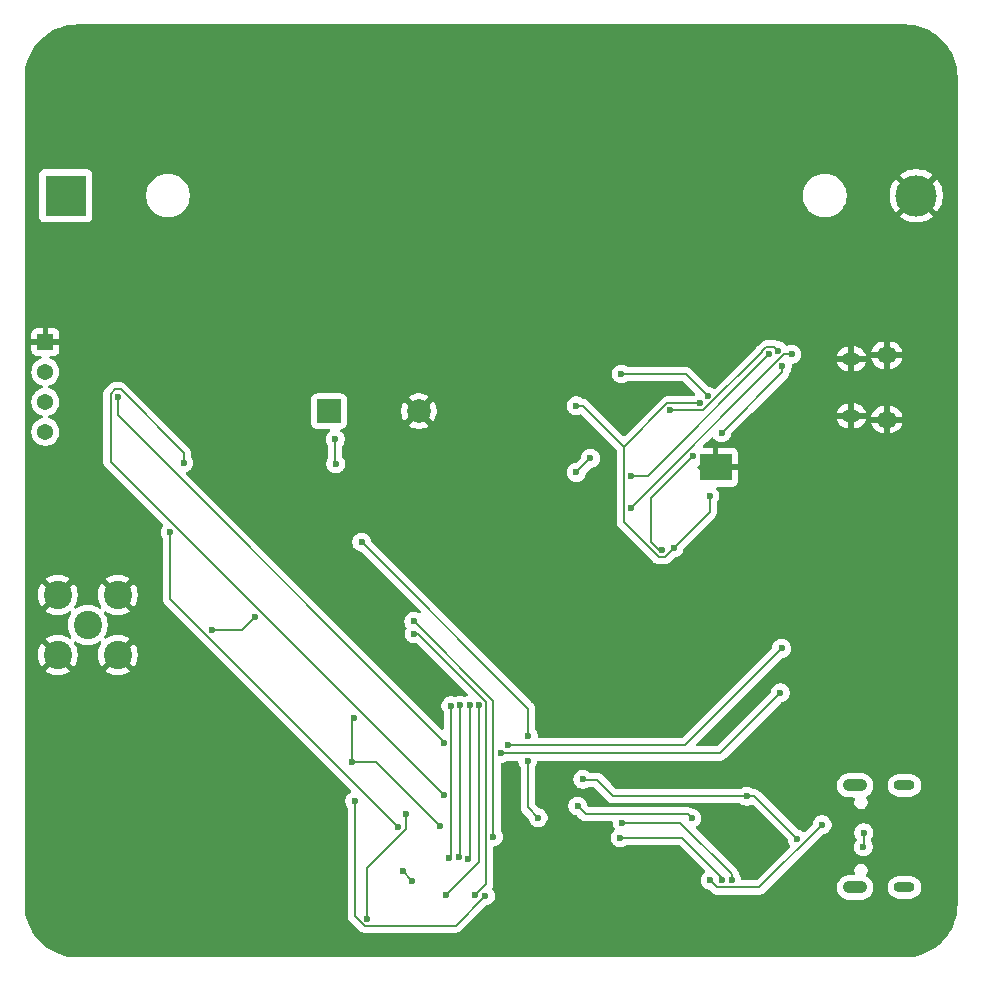
<source format=gbr>
%TF.GenerationSoftware,KiCad,Pcbnew,9.0.0*%
%TF.CreationDate,2025-06-11T08:44:37+09:00*%
%TF.ProjectId,FLP_PCB_terminal,464c505f-5043-4425-9f74-65726d696e61,rev?*%
%TF.SameCoordinates,Original*%
%TF.FileFunction,Copper,L4,Bot*%
%TF.FilePolarity,Positive*%
%FSLAX46Y46*%
G04 Gerber Fmt 4.6, Leading zero omitted, Abs format (unit mm)*
G04 Created by KiCad (PCBNEW 9.0.0) date 2025-06-11 08:44:37*
%MOMM*%
%LPD*%
G01*
G04 APERTURE LIST*
%TA.AperFunction,HeatsinkPad*%
%ADD10O,1.700000X1.350000*%
%TD*%
%TA.AperFunction,HeatsinkPad*%
%ADD11O,1.500000X1.100000*%
%TD*%
%TA.AperFunction,ComponentPad*%
%ADD12R,3.500000X3.500000*%
%TD*%
%TA.AperFunction,ComponentPad*%
%ADD13C,3.500000*%
%TD*%
%TA.AperFunction,ComponentPad*%
%ADD14C,0.600000*%
%TD*%
%TA.AperFunction,SMDPad,CuDef*%
%ADD15R,2.800000X2.300000*%
%TD*%
%TA.AperFunction,ComponentPad*%
%ADD16O,2.100000X1.050000*%
%TD*%
%TA.AperFunction,ComponentPad*%
%ADD17O,1.800000X0.900000*%
%TD*%
%TA.AperFunction,ComponentPad*%
%ADD18R,2.000000X2.000000*%
%TD*%
%TA.AperFunction,ComponentPad*%
%ADD19C,2.000000*%
%TD*%
%TA.AperFunction,ComponentPad*%
%ADD20C,2.400000*%
%TD*%
%TA.AperFunction,ComponentPad*%
%ADD21R,1.370000X1.370000*%
%TD*%
%TA.AperFunction,ComponentPad*%
%ADD22C,1.370000*%
%TD*%
%TA.AperFunction,ViaPad*%
%ADD23C,0.600000*%
%TD*%
%TA.AperFunction,Conductor*%
%ADD24C,0.200000*%
%TD*%
G04 APERTURE END LIST*
D10*
%TO.P,Charger1,6,Shield*%
%TO.N,GND*%
X118500000Y-118960000D03*
D11*
X115500000Y-118650000D03*
X115500000Y-113810000D03*
D10*
X118500000Y-113500000D03*
%TD*%
D12*
%TO.P,BT1,1,+*%
%TO.N,Net-(BT1-+)*%
X49000000Y-100000000D03*
D13*
%TO.P,BT1,2,-*%
%TO.N,GND*%
X121000000Y-100000000D03*
%TD*%
D14*
%TO.P,U6,11,PAD*%
%TO.N,GND*%
X103250000Y-123500000D03*
X104750000Y-123500000D03*
X104000000Y-123000000D03*
D15*
X104000000Y-123000000D03*
D14*
X103250000Y-122500000D03*
X104750000Y-122500000D03*
%TD*%
D16*
%TO.P,UART1,SH1*%
%TO.N,N/C*%
X115820000Y-158570000D03*
%TO.P,UART1,SH2*%
X115820000Y-149930000D03*
D17*
%TO.P,UART1,SH3*%
X120000000Y-158570000D03*
%TO.P,UART1,SH4*%
X120000000Y-149930000D03*
%TD*%
D18*
%TO.P,BZ1,1,+*%
%TO.N,Buzzer*%
X71280000Y-118250000D03*
D19*
%TO.P,BZ1,2,-*%
%TO.N,GND*%
X78880000Y-118250000D03*
%TD*%
D20*
%TO.P,J1,1*%
%TO.N,Net-(C27-Pad1)*%
X50840000Y-136340000D03*
%TO.P,J1,2*%
%TO.N,GND*%
X53380000Y-138880000D03*
%TO.P,J1,3*%
X53380000Y-133800000D03*
%TO.P,J1,4*%
X48300000Y-133800000D03*
%TO.P,J1,5*%
X48300000Y-138880000D03*
%TD*%
D21*
%TO.P,J2,01,01*%
%TO.N,GND*%
X47270000Y-112380000D03*
D22*
%TO.P,J2,02,02*%
%TO.N,3.3V OUT*%
X47270000Y-114920000D03*
%TO.P,J2,03,03*%
%TO.N,I2C SCL*%
X47270000Y-117460000D03*
%TO.P,J2,04,04*%
%TO.N,I2C SDL*%
X47270000Y-120000000D03*
%TD*%
D23*
%TO.N,Net-(BT1-+)*%
X93410000Y-122236000D03*
X92210000Y-123436000D03*
%TO.N,Buzzer*%
X88140000Y-145730000D03*
X74045000Y-129335000D03*
X88090000Y-147831959D03*
X88980000Y-152670000D03*
X71850000Y-122720000D03*
X71810000Y-120620000D03*
%TO.N,5v OUT*%
X100514972Y-129794972D03*
X92200000Y-117800000D03*
X103500000Y-125419943D03*
X102700000Y-117590000D03*
%TO.N,Net-(Charger1-VBUS)*%
X110450000Y-113420000D03*
X96850000Y-126410000D03*
%TO.N,OSC_OUT*%
X73240000Y-147950000D03*
X80640000Y-153330000D03*
X73370000Y-144200000D03*
%TO.N,Net-(U5-REGIN)*%
X106647500Y-150857500D03*
X110930000Y-154490000D03*
X92770000Y-149420000D03*
%TO.N,Net-(Q1-D)*%
X103350000Y-116970000D03*
X96040000Y-115100000D03*
%TO.N,Net-(U8-XTB)*%
X61405735Y-136814265D03*
X65040000Y-135700000D03*
%TO.N,I2C SDL*%
X53380000Y-117010000D03*
X80999624Y-146310000D03*
%TO.N,PC_OSC_OUT*%
X74530000Y-161210000D03*
X77790000Y-152350000D03*
%TO.N,NRST*%
X77132897Y-153470456D03*
X57810000Y-128500000D03*
%TO.N,BOOT0*%
X80999624Y-150760000D03*
X58970000Y-122610000D03*
%TO.N,Net-(U4-PROG)*%
X108540000Y-113440000D03*
X96880000Y-123720000D03*
%TO.N,Find_Host*%
X109590000Y-138340000D03*
X86460000Y-146510000D03*
%TO.N,ID*%
X85800053Y-147231959D03*
X109490000Y-142100000D03*
%TO.N,Net-(U5-RXD)*%
X95920000Y-154380000D03*
X104580000Y-157940000D03*
%TO.N,Net-(U5-TXD)*%
X105379202Y-157975785D03*
X96120000Y-153100000D03*
%TO.N,Net-(U6-UVLO)*%
X109660401Y-114448128D03*
X100170000Y-118190000D03*
X109278669Y-113132801D03*
X104513736Y-120094736D03*
%TO.N,Net-(U5-~{RST})*%
X92340000Y-151680000D03*
X102000116Y-152699884D03*
%TO.N,Net-(UART1-CC2)*%
X103560000Y-157976785D03*
X113020000Y-153269000D03*
%TO.N,Net-(Q1-G)*%
X102100000Y-122008530D03*
X99450000Y-130010000D03*
%TO.N,Net-(U2-PB2)*%
X84520000Y-159281000D03*
X73450000Y-151250000D03*
%TO.N,GPS_TX*%
X78344265Y-158024265D03*
X77505735Y-157165735D03*
%TO.N,SCK*%
X81470000Y-156090000D03*
X81599624Y-143194603D03*
%TO.N,MISO*%
X82399187Y-143168089D03*
X82263692Y-155989718D03*
%TO.N,NSS(CS)*%
X83999053Y-143147039D03*
X81200000Y-159240000D03*
%TO.N,DIO0(IRQ)*%
X78510000Y-137110000D03*
X83660000Y-159250000D03*
%TO.N,RESET*%
X85200053Y-154270000D03*
X78460000Y-136040000D03*
%TO.N,MOSI*%
X83199107Y-143156551D03*
X83033327Y-156208041D03*
%TO.N,Net-(U7-I{slash}O2-Pad3)*%
X116520000Y-155149000D03*
X116550000Y-153949000D03*
%TD*%
D24*
%TO.N,Net-(BT1-+)*%
X92210000Y-123436000D02*
X93410000Y-122236000D01*
%TO.N,GND*%
X104500000Y-123500000D02*
X104000000Y-123000000D01*
X104750000Y-123500000D02*
X104750000Y-122500000D01*
X104750000Y-123500000D02*
X104500000Y-123500000D01*
X104750000Y-123500000D02*
X103250000Y-123500000D01*
%TO.N,Buzzer*%
X88140000Y-143430000D02*
X88140000Y-145730000D01*
X71810000Y-122680000D02*
X71850000Y-122720000D01*
X88090000Y-151780000D02*
X88980000Y-152670000D01*
X88090000Y-147831959D02*
X88090000Y-151780000D01*
X71810000Y-120620000D02*
X71810000Y-122680000D01*
X74045000Y-129335000D02*
X88140000Y-143430000D01*
%TO.N,5v OUT*%
X102700000Y-117590000D02*
X99920057Y-117590000D01*
X100514972Y-129794972D02*
X103500000Y-126809943D01*
X99201057Y-130611000D02*
X99698943Y-130611000D01*
X92787943Y-117800000D02*
X92200000Y-117800000D01*
X96249000Y-121261057D02*
X92787943Y-117800000D01*
X99698943Y-130611000D02*
X100514972Y-129794972D01*
X103500000Y-126809943D02*
X103500000Y-125419943D01*
X99920057Y-117590000D02*
X96249000Y-121261057D01*
X96249000Y-127658943D02*
X99201057Y-130611000D01*
X96249000Y-121261057D02*
X96249000Y-127658943D01*
%TO.N,Net-(Charger1-VBUS)*%
X110450000Y-113420000D02*
X109840000Y-113420000D01*
X109840000Y-113420000D02*
X96850000Y-126410000D01*
%TO.N,OSC_OUT*%
X73240000Y-144330000D02*
X73240000Y-147950000D01*
X73240000Y-147950000D02*
X75260000Y-147950000D01*
X73370000Y-144200000D02*
X73240000Y-144330000D01*
X75260000Y-147950000D02*
X80640000Y-153330000D01*
X73370000Y-147820000D02*
X73240000Y-147950000D01*
%TO.N,Net-(U5-REGIN)*%
X92770000Y-149450000D02*
X93950000Y-149450000D01*
X95357500Y-150857500D02*
X106647500Y-150857500D01*
X92770000Y-149450000D02*
X92770000Y-149420000D01*
X93950000Y-149450000D02*
X95357500Y-150857500D01*
X107297500Y-150857500D02*
X110930000Y-154490000D01*
X106647500Y-150857500D02*
X107297500Y-150857500D01*
%TO.N,Net-(Q1-D)*%
X96040000Y-115100000D02*
X101480000Y-115100000D01*
X101480000Y-115100000D02*
X103350000Y-116970000D01*
%TO.N,Net-(U8-XTB)*%
X61405735Y-136814265D02*
X63925735Y-136814265D01*
X63925735Y-136814265D02*
X65040000Y-135700000D01*
%TO.N,I2C SDL*%
X53380000Y-118610000D02*
X80999624Y-146229624D01*
X80999624Y-146229624D02*
X80999624Y-146310000D01*
X53380000Y-117010000D02*
X53380000Y-118610000D01*
%TO.N,PC_OSC_OUT*%
X74530000Y-161210000D02*
X74530000Y-156923296D01*
X74530000Y-156923296D02*
X77790000Y-153663296D01*
X77790000Y-153663296D02*
X77790000Y-152350000D01*
%TO.N,NRST*%
X57810000Y-134147559D02*
X77132897Y-153470456D01*
X57810000Y-128500000D02*
X57810000Y-134147559D01*
%TO.N,BOOT0*%
X58970000Y-121750057D02*
X53628943Y-116409000D01*
X53131057Y-116409000D02*
X52779000Y-116761057D01*
X52779000Y-116761057D02*
X52779000Y-122539376D01*
X58970000Y-122610000D02*
X58970000Y-121750057D01*
X53628943Y-116409000D02*
X53131057Y-116409000D01*
X52779000Y-122539376D02*
X80999624Y-150760000D01*
%TO.N,Net-(U4-PROG)*%
X108540000Y-113440000D02*
X98260000Y-123720000D01*
X98260000Y-123720000D02*
X96880000Y-123720000D01*
%TO.N,Find_Host*%
X101420000Y-146510000D02*
X109590000Y-138340000D01*
X86460000Y-146510000D02*
X101420000Y-146510000D01*
%TO.N,ID*%
X104358041Y-147231959D02*
X109490000Y-142100000D01*
X85800053Y-147231959D02*
X104358041Y-147231959D01*
%TO.N,Net-(U5-RXD)*%
X104580000Y-157759404D02*
X101200596Y-154380000D01*
X104580000Y-157940000D02*
X104580000Y-157759404D01*
X101200596Y-154380000D02*
X95920000Y-154380000D01*
%TO.N,Net-(U5-TXD)*%
X105379202Y-157449202D02*
X101030000Y-153100000D01*
X105379202Y-157975785D02*
X105379202Y-157449202D01*
X101030000Y-153100000D02*
X96120000Y-153100000D01*
%TO.N,Net-(U6-UVLO)*%
X109278669Y-113132801D02*
X108984868Y-112839000D01*
X109660401Y-114948071D02*
X109660401Y-114448128D01*
X104513736Y-120094736D02*
X109660401Y-114948071D01*
X102979943Y-118190000D02*
X100170000Y-118190000D01*
X108984868Y-112839000D02*
X108291057Y-112839000D01*
X107939000Y-113191057D02*
X107939000Y-113230943D01*
X108291057Y-112839000D02*
X107939000Y-113191057D01*
X107939000Y-113230943D02*
X102979943Y-118190000D01*
%TO.N,Net-(U5-~{RST})*%
X92340000Y-151700000D02*
X92340000Y-151680000D01*
X101690232Y-152390000D02*
X93030000Y-152390000D01*
X93030000Y-152390000D02*
X92340000Y-151700000D01*
X102000116Y-152699884D02*
X101690232Y-152390000D01*
%TO.N,Net-(UART1-CC2)*%
X113020000Y-153269000D02*
X107712215Y-158576785D01*
X107712215Y-158576785D02*
X104160000Y-158576785D01*
X104160000Y-158576785D02*
X103560000Y-157976785D01*
%TO.N,Net-(Q1-G)*%
X98520000Y-125588530D02*
X102100000Y-122008530D01*
X98520000Y-129290000D02*
X98520000Y-125588530D01*
X99450000Y-130010000D02*
X99240000Y-130010000D01*
X99240000Y-130010000D02*
X98520000Y-129290000D01*
%TO.N,Net-(U2-PB2)*%
X81990000Y-161811000D02*
X84520000Y-159281000D01*
X73450000Y-151250000D02*
X73450000Y-160979943D01*
X74281057Y-161811000D02*
X81990000Y-161811000D01*
X73450000Y-160979943D02*
X74281057Y-161811000D01*
%TO.N,GPS_TX*%
X77505735Y-157165735D02*
X77505735Y-157185735D01*
X77505735Y-157185735D02*
X78344265Y-158024265D01*
%TO.N,SCK*%
X81599624Y-155960376D02*
X81599624Y-143194603D01*
X81470000Y-156090000D02*
X81599624Y-155960376D01*
%TO.N,MISO*%
X82399187Y-155854223D02*
X82399187Y-143168089D01*
X82263692Y-155989718D02*
X82399187Y-155854223D01*
%TO.N,NSS(CS)*%
X83999053Y-156440947D02*
X81200000Y-159240000D01*
X83999053Y-143147039D02*
X83999053Y-156440947D01*
%TO.N,DIO0(IRQ)*%
X84600053Y-142898096D02*
X84600053Y-158309947D01*
X78811957Y-137110000D02*
X84600053Y-142898096D01*
X78510000Y-137110000D02*
X78811957Y-137110000D01*
X84600053Y-158309947D02*
X83660000Y-159250000D01*
%TO.N,RESET*%
X85200053Y-142780053D02*
X85200053Y-154270000D01*
X78460000Y-136040000D02*
X85200053Y-142780053D01*
%TO.N,MOSI*%
X83033327Y-156208041D02*
X83199107Y-156042261D01*
X83199107Y-156042261D02*
X83199107Y-143156551D01*
%TO.N,Net-(U7-I{slash}O2-Pad3)*%
X116550000Y-153949000D02*
X116550000Y-155119000D01*
X116550000Y-155119000D02*
X116520000Y-155149000D01*
%TD*%
%TA.AperFunction,Conductor*%
%TO.N,GND*%
G36*
X120002702Y-85500617D02*
G01*
X120386771Y-85517386D01*
X120397506Y-85518326D01*
X120775971Y-85568152D01*
X120786597Y-85570025D01*
X121159284Y-85652648D01*
X121169710Y-85655442D01*
X121533765Y-85770227D01*
X121543911Y-85773920D01*
X121896578Y-85920000D01*
X121906369Y-85924566D01*
X122244942Y-86100816D01*
X122254310Y-86106224D01*
X122576244Y-86311318D01*
X122585105Y-86317523D01*
X122887930Y-86549889D01*
X122896217Y-86556843D01*
X123177635Y-86814715D01*
X123185284Y-86822364D01*
X123443156Y-87103782D01*
X123450110Y-87112069D01*
X123682476Y-87414894D01*
X123688681Y-87423755D01*
X123893775Y-87745689D01*
X123899183Y-87755057D01*
X124075430Y-88093623D01*
X124080002Y-88103427D01*
X124226075Y-88456078D01*
X124229775Y-88466244D01*
X124344554Y-88830278D01*
X124347354Y-88840727D01*
X124429971Y-89213389D01*
X124431849Y-89224042D01*
X124481671Y-89602473D01*
X124482614Y-89613249D01*
X124499382Y-89997297D01*
X124499500Y-90002706D01*
X124499500Y-159997293D01*
X124499382Y-160002702D01*
X124482614Y-160386750D01*
X124481671Y-160397526D01*
X124431849Y-160775957D01*
X124429971Y-160786610D01*
X124347354Y-161159272D01*
X124344554Y-161169721D01*
X124229775Y-161533755D01*
X124226075Y-161543921D01*
X124080002Y-161896572D01*
X124075430Y-161906376D01*
X123899183Y-162244942D01*
X123893775Y-162254310D01*
X123688681Y-162576244D01*
X123682476Y-162585105D01*
X123450110Y-162887930D01*
X123443156Y-162896217D01*
X123185284Y-163177635D01*
X123177635Y-163185284D01*
X122896217Y-163443156D01*
X122887930Y-163450110D01*
X122585105Y-163682476D01*
X122576244Y-163688681D01*
X122254310Y-163893775D01*
X122244942Y-163899183D01*
X121906376Y-164075430D01*
X121896572Y-164080002D01*
X121543921Y-164226075D01*
X121533755Y-164229775D01*
X121169721Y-164344554D01*
X121159272Y-164347354D01*
X120786610Y-164429971D01*
X120775957Y-164431849D01*
X120397526Y-164481671D01*
X120386750Y-164482614D01*
X120002703Y-164499382D01*
X119997294Y-164499500D01*
X50002706Y-164499500D01*
X49997297Y-164499382D01*
X49613249Y-164482614D01*
X49602473Y-164481671D01*
X49224042Y-164431849D01*
X49213389Y-164429971D01*
X48840727Y-164347354D01*
X48830278Y-164344554D01*
X48466244Y-164229775D01*
X48456078Y-164226075D01*
X48103427Y-164080002D01*
X48093623Y-164075430D01*
X47755057Y-163899183D01*
X47745689Y-163893775D01*
X47423755Y-163688681D01*
X47414894Y-163682476D01*
X47112069Y-163450110D01*
X47103782Y-163443156D01*
X46822364Y-163185284D01*
X46814715Y-163177635D01*
X46556843Y-162896217D01*
X46549889Y-162887930D01*
X46317523Y-162585105D01*
X46311318Y-162576244D01*
X46161860Y-162341642D01*
X46106223Y-162254309D01*
X46100816Y-162244942D01*
X45924566Y-161906369D01*
X45919997Y-161896572D01*
X45773924Y-161543921D01*
X45770224Y-161533755D01*
X45655442Y-161169710D01*
X45652648Y-161159284D01*
X45570025Y-160786597D01*
X45568152Y-160775971D01*
X45518326Y-160397506D01*
X45517386Y-160386771D01*
X45500618Y-160002702D01*
X45500500Y-159997293D01*
X45500500Y-133688575D01*
X46600000Y-133688575D01*
X46600000Y-133911424D01*
X46629085Y-134132354D01*
X46629088Y-134132367D01*
X46686763Y-134347618D01*
X46772045Y-134553502D01*
X46772054Y-134553520D01*
X46883464Y-134746491D01*
X46883473Y-134746504D01*
X46934040Y-134812403D01*
X46934043Y-134812403D01*
X47584152Y-134162293D01*
X47591049Y-134178942D01*
X47678599Y-134309970D01*
X47790030Y-134421401D01*
X47921058Y-134508951D01*
X47937705Y-134515846D01*
X47287595Y-135165955D01*
X47287595Y-135165956D01*
X47353507Y-135216533D01*
X47546485Y-135327949D01*
X47546497Y-135327954D01*
X47752381Y-135413236D01*
X47967632Y-135470911D01*
X47967645Y-135470914D01*
X48188575Y-135500000D01*
X48411425Y-135500000D01*
X48632354Y-135470914D01*
X48632367Y-135470911D01*
X48847618Y-135413236D01*
X49053502Y-135327954D01*
X49053520Y-135327945D01*
X49246490Y-135216535D01*
X49258327Y-135207453D01*
X49323495Y-135182256D01*
X49391941Y-135196292D01*
X49441932Y-135245104D01*
X49457598Y-135313195D01*
X49433964Y-135378946D01*
X49432195Y-135381309D01*
X49423061Y-135393212D01*
X49423052Y-135393226D01*
X49311595Y-135586273D01*
X49311593Y-135586277D01*
X49226293Y-135792209D01*
X49226290Y-135792219D01*
X49180258Y-135964016D01*
X49168597Y-136007534D01*
X49168594Y-136007547D01*
X49139501Y-136228533D01*
X49139500Y-136228549D01*
X49139500Y-136451450D01*
X49139501Y-136451466D01*
X49168594Y-136672452D01*
X49168595Y-136672457D01*
X49168596Y-136672463D01*
X49184232Y-136730817D01*
X49226290Y-136887780D01*
X49226293Y-136887790D01*
X49311593Y-137093722D01*
X49311595Y-137093726D01*
X49423052Y-137286774D01*
X49432193Y-137298687D01*
X49457387Y-137363856D01*
X49443349Y-137432300D01*
X49394535Y-137482290D01*
X49326444Y-137497954D01*
X49260693Y-137474317D01*
X49258331Y-137472549D01*
X49246493Y-137463465D01*
X49246491Y-137463464D01*
X49053520Y-137352054D01*
X49053502Y-137352045D01*
X48847618Y-137266763D01*
X48632367Y-137209088D01*
X48632354Y-137209085D01*
X48411425Y-137180000D01*
X48188575Y-137180000D01*
X47967645Y-137209085D01*
X47967632Y-137209088D01*
X47752381Y-137266763D01*
X47546497Y-137352045D01*
X47546479Y-137352054D01*
X47353511Y-137463462D01*
X47287595Y-137514042D01*
X47937706Y-138164152D01*
X47921058Y-138171049D01*
X47790030Y-138258599D01*
X47678599Y-138370030D01*
X47591049Y-138501058D01*
X47584153Y-138517706D01*
X46934042Y-137867595D01*
X46883462Y-137933511D01*
X46772054Y-138126479D01*
X46772045Y-138126497D01*
X46686763Y-138332381D01*
X46629088Y-138547632D01*
X46629085Y-138547645D01*
X46600000Y-138768575D01*
X46600000Y-138991424D01*
X46629085Y-139212354D01*
X46629088Y-139212367D01*
X46686763Y-139427618D01*
X46772045Y-139633502D01*
X46772054Y-139633520D01*
X46883464Y-139826491D01*
X46883473Y-139826504D01*
X46934040Y-139892403D01*
X46934043Y-139892403D01*
X47584152Y-139242293D01*
X47591049Y-139258942D01*
X47678599Y-139389970D01*
X47790030Y-139501401D01*
X47921058Y-139588951D01*
X47937705Y-139595846D01*
X47287595Y-140245955D01*
X47287595Y-140245956D01*
X47353507Y-140296533D01*
X47546485Y-140407949D01*
X47546497Y-140407954D01*
X47752381Y-140493236D01*
X47967632Y-140550911D01*
X47967645Y-140550914D01*
X48188575Y-140580000D01*
X48411425Y-140580000D01*
X48632354Y-140550914D01*
X48632367Y-140550911D01*
X48847618Y-140493236D01*
X49053502Y-140407954D01*
X49053514Y-140407949D01*
X49246498Y-140296530D01*
X49312403Y-140245957D01*
X49312404Y-140245956D01*
X48662294Y-139595846D01*
X48678942Y-139588951D01*
X48809970Y-139501401D01*
X48921401Y-139389970D01*
X49008951Y-139258942D01*
X49015846Y-139242293D01*
X49665956Y-139892404D01*
X49665957Y-139892403D01*
X49716530Y-139826498D01*
X49827949Y-139633514D01*
X49827954Y-139633502D01*
X49913236Y-139427618D01*
X49970911Y-139212367D01*
X49970914Y-139212354D01*
X50000000Y-138991424D01*
X50000000Y-138768575D01*
X49970914Y-138547645D01*
X49970911Y-138547632D01*
X49913236Y-138332381D01*
X49827954Y-138126497D01*
X49827945Y-138126479D01*
X49716535Y-137933508D01*
X49716533Y-137933504D01*
X49707451Y-137921669D01*
X49682256Y-137856500D01*
X49696294Y-137788055D01*
X49745108Y-137738065D01*
X49813199Y-137722401D01*
X49878949Y-137746037D01*
X49881279Y-137747781D01*
X49893226Y-137756948D01*
X50086274Y-137868405D01*
X50164299Y-137900724D01*
X50243444Y-137933507D01*
X50292219Y-137953710D01*
X50507537Y-138011404D01*
X50728543Y-138040500D01*
X50728550Y-138040500D01*
X50951450Y-138040500D01*
X50951457Y-138040500D01*
X51172463Y-138011404D01*
X51387781Y-137953710D01*
X51593726Y-137868405D01*
X51786774Y-137756948D01*
X51798686Y-137747807D01*
X51863850Y-137722612D01*
X51932296Y-137736648D01*
X51982288Y-137785460D01*
X51997954Y-137853550D01*
X51974321Y-137919302D01*
X51972552Y-137921665D01*
X51963463Y-137933510D01*
X51852054Y-138126479D01*
X51852045Y-138126497D01*
X51766763Y-138332381D01*
X51709088Y-138547632D01*
X51709085Y-138547645D01*
X51680000Y-138768575D01*
X51680000Y-138991424D01*
X51709085Y-139212354D01*
X51709088Y-139212367D01*
X51766763Y-139427618D01*
X51852045Y-139633502D01*
X51852054Y-139633520D01*
X51963464Y-139826491D01*
X51963473Y-139826504D01*
X52014040Y-139892403D01*
X52014043Y-139892403D01*
X52664152Y-139242293D01*
X52671049Y-139258942D01*
X52758599Y-139389970D01*
X52870030Y-139501401D01*
X53001058Y-139588951D01*
X53017705Y-139595846D01*
X52367595Y-140245955D01*
X52367595Y-140245956D01*
X52433507Y-140296533D01*
X52626485Y-140407949D01*
X52626497Y-140407954D01*
X52832381Y-140493236D01*
X53047632Y-140550911D01*
X53047645Y-140550914D01*
X53268575Y-140580000D01*
X53491425Y-140580000D01*
X53712354Y-140550914D01*
X53712367Y-140550911D01*
X53927618Y-140493236D01*
X54133502Y-140407954D01*
X54133514Y-140407949D01*
X54326498Y-140296530D01*
X54392403Y-140245957D01*
X54392404Y-140245956D01*
X53742294Y-139595846D01*
X53758942Y-139588951D01*
X53889970Y-139501401D01*
X54001401Y-139389970D01*
X54088951Y-139258942D01*
X54095846Y-139242294D01*
X54745956Y-139892404D01*
X54745957Y-139892403D01*
X54796530Y-139826498D01*
X54907949Y-139633514D01*
X54907954Y-139633502D01*
X54993236Y-139427618D01*
X55050911Y-139212367D01*
X55050914Y-139212354D01*
X55080000Y-138991424D01*
X55080000Y-138768575D01*
X55050914Y-138547645D01*
X55050911Y-138547632D01*
X54993236Y-138332381D01*
X54907954Y-138126497D01*
X54907949Y-138126485D01*
X54796533Y-137933507D01*
X54745956Y-137867595D01*
X54745955Y-137867595D01*
X54095846Y-138517704D01*
X54088951Y-138501058D01*
X54001401Y-138370030D01*
X53889970Y-138258599D01*
X53758942Y-138171049D01*
X53742293Y-138164152D01*
X54392403Y-137514043D01*
X54392403Y-137514040D01*
X54326504Y-137463473D01*
X54326491Y-137463464D01*
X54133520Y-137352054D01*
X54133502Y-137352045D01*
X53927618Y-137266763D01*
X53712367Y-137209088D01*
X53712354Y-137209085D01*
X53491425Y-137180000D01*
X53268575Y-137180000D01*
X53047645Y-137209085D01*
X53047632Y-137209088D01*
X52832381Y-137266763D01*
X52626497Y-137352045D01*
X52626479Y-137352054D01*
X52433510Y-137463463D01*
X52421665Y-137472552D01*
X52356495Y-137497743D01*
X52288050Y-137483703D01*
X52238062Y-137434887D01*
X52222402Y-137366795D01*
X52246040Y-137301045D01*
X52247740Y-137298774D01*
X52256948Y-137286774D01*
X52368405Y-137093726D01*
X52453710Y-136887781D01*
X52511404Y-136672463D01*
X52540500Y-136451457D01*
X52540500Y-136228543D01*
X52511404Y-136007537D01*
X52453710Y-135792219D01*
X52368405Y-135586274D01*
X52256948Y-135393226D01*
X52247806Y-135381312D01*
X52222612Y-135316145D01*
X52236650Y-135247700D01*
X52285463Y-135197709D01*
X52353554Y-135182045D01*
X52419305Y-135205681D01*
X52421669Y-135207451D01*
X52433504Y-135216533D01*
X52433508Y-135216535D01*
X52626479Y-135327945D01*
X52626497Y-135327954D01*
X52832381Y-135413236D01*
X53047632Y-135470911D01*
X53047645Y-135470914D01*
X53268575Y-135500000D01*
X53491425Y-135500000D01*
X53712354Y-135470914D01*
X53712367Y-135470911D01*
X53927618Y-135413236D01*
X54133502Y-135327954D01*
X54133514Y-135327949D01*
X54326498Y-135216530D01*
X54392403Y-135165957D01*
X54392404Y-135165956D01*
X53742293Y-134515846D01*
X53758942Y-134508951D01*
X53889970Y-134421401D01*
X54001401Y-134309970D01*
X54088951Y-134178942D01*
X54095846Y-134162294D01*
X54745956Y-134812404D01*
X54745957Y-134812403D01*
X54796530Y-134746498D01*
X54907949Y-134553514D01*
X54907954Y-134553502D01*
X54993236Y-134347618D01*
X55050911Y-134132367D01*
X55050914Y-134132354D01*
X55080000Y-133911424D01*
X55080000Y-133688575D01*
X55050914Y-133467645D01*
X55050911Y-133467632D01*
X54993236Y-133252381D01*
X54907954Y-133046497D01*
X54907949Y-133046485D01*
X54796533Y-132853507D01*
X54745956Y-132787595D01*
X54745955Y-132787595D01*
X54095846Y-133437704D01*
X54088951Y-133421058D01*
X54001401Y-133290030D01*
X53889970Y-133178599D01*
X53758942Y-133091049D01*
X53742293Y-133084152D01*
X54392403Y-132434043D01*
X54392403Y-132434040D01*
X54326504Y-132383473D01*
X54326491Y-132383464D01*
X54133520Y-132272054D01*
X54133502Y-132272045D01*
X53927618Y-132186763D01*
X53712367Y-132129088D01*
X53712354Y-132129085D01*
X53491425Y-132100000D01*
X53268575Y-132100000D01*
X53047645Y-132129085D01*
X53047632Y-132129088D01*
X52832381Y-132186763D01*
X52626497Y-132272045D01*
X52626479Y-132272054D01*
X52433511Y-132383462D01*
X52367595Y-132434042D01*
X53017706Y-133084152D01*
X53001058Y-133091049D01*
X52870030Y-133178599D01*
X52758599Y-133290030D01*
X52671049Y-133421058D01*
X52664152Y-133437706D01*
X52014042Y-132787595D01*
X51963462Y-132853511D01*
X51852054Y-133046479D01*
X51852045Y-133046497D01*
X51766763Y-133252381D01*
X51709088Y-133467632D01*
X51709085Y-133467645D01*
X51680000Y-133688575D01*
X51680000Y-133911424D01*
X51709085Y-134132354D01*
X51709088Y-134132367D01*
X51766763Y-134347618D01*
X51852045Y-134553502D01*
X51852054Y-134553520D01*
X51963464Y-134746491D01*
X51963465Y-134746493D01*
X51972549Y-134758331D01*
X51997743Y-134823500D01*
X51983704Y-134891945D01*
X51934890Y-134941935D01*
X51866799Y-134957598D01*
X51801049Y-134933961D01*
X51798689Y-134932195D01*
X51786774Y-134923052D01*
X51593726Y-134811595D01*
X51593722Y-134811593D01*
X51387790Y-134726293D01*
X51387783Y-134726291D01*
X51387781Y-134726290D01*
X51172463Y-134668596D01*
X51172457Y-134668595D01*
X51172452Y-134668594D01*
X50951466Y-134639501D01*
X50951463Y-134639500D01*
X50951457Y-134639500D01*
X50728543Y-134639500D01*
X50728537Y-134639500D01*
X50728533Y-134639501D01*
X50507547Y-134668594D01*
X50507540Y-134668595D01*
X50507537Y-134668596D01*
X50292219Y-134726290D01*
X50292209Y-134726293D01*
X50086277Y-134811593D01*
X50086273Y-134811595D01*
X49893226Y-134923052D01*
X49893212Y-134923061D01*
X49881309Y-134932195D01*
X49816140Y-134957387D01*
X49747695Y-134943347D01*
X49697707Y-134894531D01*
X49682046Y-134826440D01*
X49705684Y-134760690D01*
X49707453Y-134758327D01*
X49716535Y-134746490D01*
X49827945Y-134553520D01*
X49827954Y-134553502D01*
X49913236Y-134347618D01*
X49970911Y-134132367D01*
X49970914Y-134132354D01*
X50000000Y-133911424D01*
X50000000Y-133688575D01*
X49970914Y-133467645D01*
X49970911Y-133467632D01*
X49913236Y-133252381D01*
X49827954Y-133046497D01*
X49827949Y-133046485D01*
X49716533Y-132853507D01*
X49665956Y-132787595D01*
X49665955Y-132787595D01*
X49015846Y-133437705D01*
X49008951Y-133421058D01*
X48921401Y-133290030D01*
X48809970Y-133178599D01*
X48678942Y-133091049D01*
X48662293Y-133084152D01*
X49312403Y-132434043D01*
X49312403Y-132434041D01*
X49246504Y-132383473D01*
X49246491Y-132383464D01*
X49053520Y-132272054D01*
X49053502Y-132272045D01*
X48847618Y-132186763D01*
X48632367Y-132129088D01*
X48632354Y-132129085D01*
X48411425Y-132100000D01*
X48188575Y-132100000D01*
X47967645Y-132129085D01*
X47967632Y-132129088D01*
X47752381Y-132186763D01*
X47546497Y-132272045D01*
X47546479Y-132272054D01*
X47353511Y-132383462D01*
X47287595Y-132434042D01*
X47937706Y-133084152D01*
X47921058Y-133091049D01*
X47790030Y-133178599D01*
X47678599Y-133290030D01*
X47591049Y-133421058D01*
X47584153Y-133437706D01*
X46934042Y-132787595D01*
X46883462Y-132853511D01*
X46772054Y-133046479D01*
X46772045Y-133046497D01*
X46686763Y-133252381D01*
X46629088Y-133467632D01*
X46629085Y-133467645D01*
X46600000Y-133688575D01*
X45500500Y-133688575D01*
X45500500Y-122618430D01*
X52178498Y-122618430D01*
X52181684Y-122630319D01*
X52212758Y-122746289D01*
X52219423Y-122771160D01*
X52219424Y-122771163D01*
X52223527Y-122778269D01*
X52223528Y-122778271D01*
X52298477Y-122908088D01*
X52298481Y-122908093D01*
X52417349Y-123026961D01*
X52417355Y-123026966D01*
X57196474Y-127806085D01*
X57229959Y-127867408D01*
X57224975Y-127937100D01*
X57196478Y-127981444D01*
X57188208Y-127989714D01*
X57100609Y-128120814D01*
X57100602Y-128120827D01*
X57040264Y-128266498D01*
X57040261Y-128266510D01*
X57009500Y-128421153D01*
X57009500Y-128578846D01*
X57040261Y-128733489D01*
X57040264Y-128733501D01*
X57100602Y-128879172D01*
X57100609Y-128879185D01*
X57188602Y-129010874D01*
X57209480Y-129077551D01*
X57209500Y-129079765D01*
X57209500Y-134060889D01*
X57209499Y-134060907D01*
X57209499Y-134226613D01*
X57209498Y-134226613D01*
X57209499Y-134226616D01*
X57250423Y-134379344D01*
X57274705Y-134421401D01*
X57279358Y-134429459D01*
X57279359Y-134429463D01*
X57279360Y-134429463D01*
X57329479Y-134516273D01*
X57329481Y-134516276D01*
X57448349Y-134635144D01*
X57448355Y-134635149D01*
X73139701Y-150326495D01*
X73173186Y-150387818D01*
X73168202Y-150457510D01*
X73126330Y-150513443D01*
X73099475Y-150528736D01*
X73070826Y-150540603D01*
X73070814Y-150540609D01*
X72939711Y-150628210D01*
X72939707Y-150628213D01*
X72828213Y-150739707D01*
X72828210Y-150739711D01*
X72740609Y-150870814D01*
X72740602Y-150870827D01*
X72680264Y-151016498D01*
X72680261Y-151016510D01*
X72649500Y-151171153D01*
X72649500Y-151328846D01*
X72680261Y-151483489D01*
X72680264Y-151483501D01*
X72740602Y-151629172D01*
X72740609Y-151629185D01*
X72828602Y-151760874D01*
X72849480Y-151827551D01*
X72849500Y-151829765D01*
X72849500Y-160893273D01*
X72849499Y-160893291D01*
X72849499Y-161058997D01*
X72849498Y-161058997D01*
X72890424Y-161211732D01*
X72890425Y-161211733D01*
X72913340Y-161251422D01*
X72913341Y-161251423D01*
X72969477Y-161348655D01*
X72969481Y-161348660D01*
X73088349Y-161467528D01*
X73088355Y-161467533D01*
X73796196Y-162175374D01*
X73796206Y-162175385D01*
X73800536Y-162179715D01*
X73800537Y-162179716D01*
X73912341Y-162291520D01*
X73999152Y-162341639D01*
X73999154Y-162341641D01*
X74037208Y-162363611D01*
X74049272Y-162370577D01*
X74202000Y-162411500D01*
X74360114Y-162411500D01*
X81903331Y-162411500D01*
X81903347Y-162411501D01*
X81910943Y-162411501D01*
X82069054Y-162411501D01*
X82069057Y-162411501D01*
X82221785Y-162370577D01*
X82271904Y-162341639D01*
X82358716Y-162291520D01*
X82470520Y-162179716D01*
X82470520Y-162179714D01*
X82480728Y-162169507D01*
X82480729Y-162169504D01*
X84534662Y-160115572D01*
X84595983Y-160082089D01*
X84598150Y-160081638D01*
X84656085Y-160070113D01*
X84753497Y-160050737D01*
X84899179Y-159990394D01*
X85030289Y-159902789D01*
X85141789Y-159791289D01*
X85229394Y-159660179D01*
X85289737Y-159514497D01*
X85320500Y-159359842D01*
X85320500Y-159202158D01*
X85320500Y-159202155D01*
X85320499Y-159202153D01*
X85315279Y-159175911D01*
X85289737Y-159047503D01*
X85278441Y-159020231D01*
X85229397Y-158901827D01*
X85229390Y-158901814D01*
X85141789Y-158770711D01*
X85141786Y-158770707D01*
X85136568Y-158765489D01*
X85103083Y-158704166D01*
X85108067Y-158634474D01*
X85116862Y-158615808D01*
X85126814Y-158598571D01*
X85159630Y-158541731D01*
X85200554Y-158389004D01*
X85200554Y-158230889D01*
X85200554Y-158223294D01*
X85200553Y-158223276D01*
X85200553Y-155187847D01*
X85220238Y-155120808D01*
X85273042Y-155075053D01*
X85300362Y-155066230D01*
X85326453Y-155061040D01*
X85433550Y-155039737D01*
X85579232Y-154979394D01*
X85710342Y-154891789D01*
X85821842Y-154780289D01*
X85909447Y-154649179D01*
X85969790Y-154503497D01*
X86000553Y-154348842D01*
X86000553Y-154191158D01*
X86000553Y-154191155D01*
X86000552Y-154191153D01*
X85991672Y-154146510D01*
X85969790Y-154036503D01*
X85955007Y-154000814D01*
X85909450Y-153890827D01*
X85909443Y-153890814D01*
X85821451Y-153759125D01*
X85800573Y-153692447D01*
X85800553Y-153690234D01*
X85800553Y-148149806D01*
X85820238Y-148082767D01*
X85873042Y-148037012D01*
X85900362Y-148028189D01*
X85916344Y-148025009D01*
X86033550Y-148001696D01*
X86179232Y-147941353D01*
X86199480Y-147927824D01*
X86310928Y-147853357D01*
X86377606Y-147832479D01*
X86379819Y-147832459D01*
X87172152Y-147832459D01*
X87239191Y-147852144D01*
X87284946Y-147904948D01*
X87293769Y-147932267D01*
X87320261Y-148065450D01*
X87320264Y-148065460D01*
X87380602Y-148211131D01*
X87380609Y-148211144D01*
X87468602Y-148342833D01*
X87489480Y-148409510D01*
X87489500Y-148411724D01*
X87489500Y-151693330D01*
X87489499Y-151693348D01*
X87489499Y-151859054D01*
X87489498Y-151859054D01*
X87530423Y-152011785D01*
X87547793Y-152041869D01*
X87547794Y-152041873D01*
X87609475Y-152148709D01*
X87609481Y-152148717D01*
X87728349Y-152267585D01*
X87728355Y-152267590D01*
X88145425Y-152684660D01*
X88178910Y-152745983D01*
X88179361Y-152748149D01*
X88210261Y-152903491D01*
X88210264Y-152903501D01*
X88270602Y-153049172D01*
X88270609Y-153049185D01*
X88358210Y-153180288D01*
X88358213Y-153180292D01*
X88469707Y-153291786D01*
X88469711Y-153291789D01*
X88600814Y-153379390D01*
X88600827Y-153379397D01*
X88744016Y-153438707D01*
X88746503Y-153439737D01*
X88856008Y-153461519D01*
X88901153Y-153470499D01*
X88901156Y-153470500D01*
X88901158Y-153470500D01*
X89058844Y-153470500D01*
X89058845Y-153470499D01*
X89213497Y-153439737D01*
X89359179Y-153379394D01*
X89490289Y-153291789D01*
X89601789Y-153180289D01*
X89689394Y-153049179D01*
X89749737Y-152903497D01*
X89780500Y-152748842D01*
X89780500Y-152591158D01*
X89780500Y-152591155D01*
X89780499Y-152591153D01*
X89778975Y-152583489D01*
X89749737Y-152436503D01*
X89730224Y-152389394D01*
X89689397Y-152290827D01*
X89689390Y-152290814D01*
X89601789Y-152159711D01*
X89601786Y-152159707D01*
X89490292Y-152048213D01*
X89490288Y-152048210D01*
X89359185Y-151960609D01*
X89359172Y-151960602D01*
X89213501Y-151900264D01*
X89213491Y-151900261D01*
X89058149Y-151869361D01*
X89041392Y-151860595D01*
X89022914Y-151856576D01*
X88997877Y-151837833D01*
X88996238Y-151836976D01*
X88994660Y-151835425D01*
X88760388Y-151601153D01*
X91539500Y-151601153D01*
X91539500Y-151758846D01*
X91570261Y-151913489D01*
X91570264Y-151913501D01*
X91630602Y-152059172D01*
X91630609Y-152059185D01*
X91718210Y-152190288D01*
X91718213Y-152190292D01*
X91829707Y-152301786D01*
X91829711Y-152301789D01*
X91960814Y-152389390D01*
X91960827Y-152389397D01*
X92056067Y-152428846D01*
X92106503Y-152449737D01*
X92156530Y-152459688D01*
X92236883Y-152475672D01*
X92298794Y-152508057D01*
X92300373Y-152509608D01*
X92545139Y-152754374D01*
X92545149Y-152754385D01*
X92549479Y-152758715D01*
X92549480Y-152758716D01*
X92661284Y-152870520D01*
X92661286Y-152870521D01*
X92661290Y-152870524D01*
X92770163Y-152933381D01*
X92798216Y-152949577D01*
X92894966Y-152975501D01*
X92950942Y-152990500D01*
X92950943Y-152990500D01*
X95195500Y-152990500D01*
X95262539Y-153010185D01*
X95308294Y-153062989D01*
X95319500Y-153114500D01*
X95319500Y-153178846D01*
X95350261Y-153333489D01*
X95350264Y-153333501D01*
X95410602Y-153479172D01*
X95410609Y-153479185D01*
X95470334Y-153568569D01*
X95491212Y-153635247D01*
X95472727Y-153702627D01*
X95436124Y-153740561D01*
X95409713Y-153758208D01*
X95409707Y-153758213D01*
X95298213Y-153869707D01*
X95298210Y-153869711D01*
X95210609Y-154000814D01*
X95210602Y-154000827D01*
X95150264Y-154146498D01*
X95150261Y-154146510D01*
X95119500Y-154301153D01*
X95119500Y-154458846D01*
X95150261Y-154613489D01*
X95150264Y-154613501D01*
X95210602Y-154759172D01*
X95210609Y-154759185D01*
X95298210Y-154890288D01*
X95298213Y-154890292D01*
X95409707Y-155001786D01*
X95409711Y-155001789D01*
X95540814Y-155089390D01*
X95540827Y-155089397D01*
X95686498Y-155149735D01*
X95686503Y-155149737D01*
X95841153Y-155180499D01*
X95841156Y-155180500D01*
X95841158Y-155180500D01*
X95998844Y-155180500D01*
X95998845Y-155180499D01*
X96153497Y-155149737D01*
X96299179Y-155089394D01*
X96327975Y-155070153D01*
X96430875Y-155001398D01*
X96497553Y-154980520D01*
X96499766Y-154980500D01*
X100900499Y-154980500D01*
X100967538Y-155000185D01*
X100988180Y-155016819D01*
X103108708Y-157137347D01*
X103142193Y-157198670D01*
X103137209Y-157268362D01*
X103095337Y-157324295D01*
X103089918Y-157328130D01*
X103049711Y-157354995D01*
X103049707Y-157354998D01*
X102938213Y-157466492D01*
X102938210Y-157466496D01*
X102850609Y-157597599D01*
X102850602Y-157597612D01*
X102790264Y-157743283D01*
X102790261Y-157743295D01*
X102759500Y-157897938D01*
X102759500Y-158055631D01*
X102790261Y-158210274D01*
X102790264Y-158210286D01*
X102850602Y-158355957D01*
X102850609Y-158355970D01*
X102938210Y-158487073D01*
X102938213Y-158487077D01*
X103049707Y-158598571D01*
X103049711Y-158598574D01*
X103180814Y-158686175D01*
X103180827Y-158686182D01*
X103326498Y-158746520D01*
X103326503Y-158746522D01*
X103391147Y-158759380D01*
X103481849Y-158777423D01*
X103498605Y-158786187D01*
X103517085Y-158790208D01*
X103542123Y-158808952D01*
X103543760Y-158809808D01*
X103545339Y-158811359D01*
X103675139Y-158941159D01*
X103675149Y-158941170D01*
X103679479Y-158945500D01*
X103679480Y-158945501D01*
X103791284Y-159057305D01*
X103878095Y-159107424D01*
X103878097Y-159107426D01*
X103916151Y-159129396D01*
X103928215Y-159136362D01*
X104080943Y-159177285D01*
X104239057Y-159177285D01*
X107625546Y-159177285D01*
X107625562Y-159177286D01*
X107633158Y-159177286D01*
X107791269Y-159177286D01*
X107791272Y-159177286D01*
X107944000Y-159136362D01*
X107994119Y-159107424D01*
X108080931Y-159057305D01*
X108192735Y-158945501D01*
X108192735Y-158945499D01*
X108202943Y-158935292D01*
X108202944Y-158935289D01*
X108669241Y-158468992D01*
X114269500Y-158468992D01*
X114269500Y-158671007D01*
X114308907Y-158869119D01*
X114308909Y-158869127D01*
X114386212Y-159055752D01*
X114386217Y-159055762D01*
X114498441Y-159223718D01*
X114641281Y-159366558D01*
X114809237Y-159478782D01*
X114809241Y-159478784D01*
X114809244Y-159478786D01*
X114995873Y-159556091D01*
X115193992Y-159595499D01*
X115193996Y-159595500D01*
X115193997Y-159595500D01*
X116446004Y-159595500D01*
X116446005Y-159595499D01*
X116644127Y-159556091D01*
X116830756Y-159478786D01*
X116998718Y-159366558D01*
X117141558Y-159223718D01*
X117253786Y-159055756D01*
X117331091Y-158869127D01*
X117370500Y-158671003D01*
X117370500Y-158476379D01*
X118599500Y-158476379D01*
X118599500Y-158663620D01*
X118636025Y-158847243D01*
X118636027Y-158847251D01*
X118707676Y-159020228D01*
X118707681Y-159020237D01*
X118811697Y-159175907D01*
X118811700Y-159175911D01*
X118944088Y-159308299D01*
X118944092Y-159308302D01*
X119099762Y-159412318D01*
X119099768Y-159412321D01*
X119099769Y-159412322D01*
X119272749Y-159483973D01*
X119426205Y-159514497D01*
X119456379Y-159520499D01*
X119456383Y-159520500D01*
X119456384Y-159520500D01*
X120543617Y-159520500D01*
X120543618Y-159520499D01*
X120727251Y-159483973D01*
X120900231Y-159412322D01*
X121055908Y-159308302D01*
X121188302Y-159175908D01*
X121292322Y-159020231D01*
X121363973Y-158847251D01*
X121400500Y-158663616D01*
X121400500Y-158476384D01*
X121363973Y-158292749D01*
X121292322Y-158119769D01*
X121292321Y-158119768D01*
X121292318Y-158119762D01*
X121188302Y-157964092D01*
X121188299Y-157964088D01*
X121055911Y-157831700D01*
X121055907Y-157831697D01*
X120900237Y-157727681D01*
X120900228Y-157727676D01*
X120727251Y-157656027D01*
X120727243Y-157656025D01*
X120543620Y-157619500D01*
X120543616Y-157619500D01*
X119456384Y-157619500D01*
X119456379Y-157619500D01*
X119272756Y-157656025D01*
X119272748Y-157656027D01*
X119099771Y-157727676D01*
X119099762Y-157727681D01*
X118944092Y-157831697D01*
X118944088Y-157831700D01*
X118811700Y-157964088D01*
X118811697Y-157964092D01*
X118707681Y-158119762D01*
X118707676Y-158119771D01*
X118636027Y-158292748D01*
X118636025Y-158292756D01*
X118599500Y-158476379D01*
X117370500Y-158476379D01*
X117370500Y-158468997D01*
X117331091Y-158270873D01*
X117253786Y-158084244D01*
X117253784Y-158084241D01*
X117253782Y-158084237D01*
X117141558Y-157916281D01*
X116998718Y-157773441D01*
X116825691Y-157657829D01*
X116826432Y-157656718D01*
X116781465Y-157612553D01*
X116765999Y-157544417D01*
X116782369Y-157490152D01*
X116856281Y-157362135D01*
X116895500Y-157215766D01*
X116895500Y-157064234D01*
X116856281Y-156917865D01*
X116780515Y-156786635D01*
X116673365Y-156679485D01*
X116607750Y-156641602D01*
X116542136Y-156603719D01*
X116468950Y-156584109D01*
X116395766Y-156564500D01*
X116244234Y-156564500D01*
X116097863Y-156603719D01*
X115966635Y-156679485D01*
X115966632Y-156679487D01*
X115859487Y-156786632D01*
X115859485Y-156786635D01*
X115783719Y-156917863D01*
X115754440Y-157027137D01*
X115744500Y-157064234D01*
X115744500Y-157215766D01*
X115781806Y-157354996D01*
X115783720Y-157362137D01*
X115786831Y-157369649D01*
X115784552Y-157370592D01*
X115798093Y-157426393D01*
X115775245Y-157492421D01*
X115720326Y-157535615D01*
X115674233Y-157544500D01*
X115193992Y-157544500D01*
X114995880Y-157583907D01*
X114995872Y-157583909D01*
X114809247Y-157661212D01*
X114809237Y-157661217D01*
X114641281Y-157773441D01*
X114498441Y-157916281D01*
X114386217Y-158084237D01*
X114386212Y-158084247D01*
X114308909Y-158270872D01*
X114308907Y-158270880D01*
X114269500Y-158468992D01*
X108669241Y-158468992D01*
X112068082Y-155070153D01*
X115719500Y-155070153D01*
X115719500Y-155227846D01*
X115750261Y-155382489D01*
X115750264Y-155382501D01*
X115810602Y-155528172D01*
X115810609Y-155528185D01*
X115898210Y-155659288D01*
X115898213Y-155659292D01*
X116009707Y-155770786D01*
X116009711Y-155770789D01*
X116140814Y-155858390D01*
X116140827Y-155858397D01*
X116286498Y-155918735D01*
X116286503Y-155918737D01*
X116441153Y-155949499D01*
X116441156Y-155949500D01*
X116441158Y-155949500D01*
X116598844Y-155949500D01*
X116598845Y-155949499D01*
X116753497Y-155918737D01*
X116899179Y-155858394D01*
X117030289Y-155770789D01*
X117141789Y-155659289D01*
X117229394Y-155528179D01*
X117289737Y-155382497D01*
X117320500Y-155227842D01*
X117320500Y-155070158D01*
X117320500Y-155070155D01*
X117320499Y-155070153D01*
X117289738Y-154915510D01*
X117289737Y-154915503D01*
X117229394Y-154769821D01*
X117171397Y-154683022D01*
X117165747Y-154664977D01*
X117155523Y-154649068D01*
X117151071Y-154618106D01*
X117150520Y-154616346D01*
X117150500Y-154614133D01*
X117150500Y-154528765D01*
X117170185Y-154461726D01*
X117171398Y-154459874D01*
X117259390Y-154328185D01*
X117259390Y-154328184D01*
X117259394Y-154328179D01*
X117319737Y-154182497D01*
X117350500Y-154027842D01*
X117350500Y-153870158D01*
X117350500Y-153870155D01*
X117350499Y-153870153D01*
X117332467Y-153779500D01*
X117319737Y-153715503D01*
X117295495Y-153656977D01*
X117259397Y-153569827D01*
X117259390Y-153569814D01*
X117171789Y-153438711D01*
X117171786Y-153438707D01*
X117060292Y-153327213D01*
X117060288Y-153327210D01*
X116929185Y-153239609D01*
X116929172Y-153239602D01*
X116783501Y-153179264D01*
X116783489Y-153179261D01*
X116628845Y-153148500D01*
X116628842Y-153148500D01*
X116471158Y-153148500D01*
X116471155Y-153148500D01*
X116316510Y-153179261D01*
X116316498Y-153179264D01*
X116170827Y-153239602D01*
X116170814Y-153239609D01*
X116039711Y-153327210D01*
X116039707Y-153327213D01*
X115928213Y-153438707D01*
X115928210Y-153438711D01*
X115840609Y-153569814D01*
X115840602Y-153569827D01*
X115780264Y-153715498D01*
X115780261Y-153715510D01*
X115749500Y-153870153D01*
X115749500Y-154027846D01*
X115780261Y-154182489D01*
X115780264Y-154182501D01*
X115840602Y-154328172D01*
X115840609Y-154328185D01*
X115928602Y-154459874D01*
X115934252Y-154477920D01*
X115944477Y-154493830D01*
X115948928Y-154524789D01*
X115949480Y-154526551D01*
X115949500Y-154528765D01*
X115949500Y-154536059D01*
X115929815Y-154603098D01*
X115913181Y-154623740D01*
X115898213Y-154638707D01*
X115898210Y-154638711D01*
X115810609Y-154769814D01*
X115810602Y-154769827D01*
X115750264Y-154915498D01*
X115750261Y-154915510D01*
X115719500Y-155070153D01*
X112068082Y-155070153D01*
X113034664Y-154103571D01*
X113095985Y-154070088D01*
X113098152Y-154069637D01*
X113098841Y-154069500D01*
X113098842Y-154069500D01*
X113253497Y-154038737D01*
X113399179Y-153978394D01*
X113530289Y-153890789D01*
X113641789Y-153779289D01*
X113729394Y-153648179D01*
X113789737Y-153502497D01*
X113820500Y-153347842D01*
X113820500Y-153190158D01*
X113820500Y-153190155D01*
X113820499Y-153190153D01*
X113789737Y-153035503D01*
X113747434Y-152933373D01*
X113729397Y-152889827D01*
X113729390Y-152889814D01*
X113641789Y-152758711D01*
X113641786Y-152758707D01*
X113530292Y-152647213D01*
X113530288Y-152647210D01*
X113399185Y-152559609D01*
X113399172Y-152559602D01*
X113253501Y-152499264D01*
X113253489Y-152499261D01*
X113098845Y-152468500D01*
X113098842Y-152468500D01*
X112941158Y-152468500D01*
X112941155Y-152468500D01*
X112786510Y-152499261D01*
X112786498Y-152499264D01*
X112640827Y-152559602D01*
X112640814Y-152559609D01*
X112509711Y-152647210D01*
X112509707Y-152647213D01*
X112398213Y-152758707D01*
X112398210Y-152758711D01*
X112310609Y-152889814D01*
X112310602Y-152889827D01*
X112250264Y-153035498D01*
X112250261Y-153035508D01*
X112219362Y-153190848D01*
X112186977Y-153252759D01*
X112185426Y-153254337D01*
X111590934Y-153848829D01*
X111529611Y-153882314D01*
X111459919Y-153877330D01*
X111434362Y-153864250D01*
X111309185Y-153780609D01*
X111309172Y-153780602D01*
X111163501Y-153720264D01*
X111163491Y-153720261D01*
X111008151Y-153689362D01*
X110946241Y-153656977D01*
X110944662Y-153655426D01*
X107785090Y-150495855D01*
X107785088Y-150495852D01*
X107666217Y-150376981D01*
X107666216Y-150376980D01*
X107579404Y-150326860D01*
X107579404Y-150326859D01*
X107579400Y-150326858D01*
X107529285Y-150297923D01*
X107376557Y-150256999D01*
X107227264Y-150256999D01*
X107160225Y-150237314D01*
X107158373Y-150236101D01*
X107026685Y-150148109D01*
X107026672Y-150148102D01*
X106881001Y-150087764D01*
X106880989Y-150087761D01*
X106726345Y-150057000D01*
X106726342Y-150057000D01*
X106568658Y-150057000D01*
X106568655Y-150057000D01*
X106414010Y-150087761D01*
X106413998Y-150087764D01*
X106268327Y-150148102D01*
X106268314Y-150148109D01*
X106136625Y-150236102D01*
X106069947Y-150256980D01*
X106067734Y-150257000D01*
X95657598Y-150257000D01*
X95590559Y-150237315D01*
X95569917Y-150220681D01*
X95259822Y-149910586D01*
X95178228Y-149828992D01*
X114269500Y-149828992D01*
X114269500Y-150031007D01*
X114308907Y-150229119D01*
X114308909Y-150229127D01*
X114386212Y-150415752D01*
X114386217Y-150415762D01*
X114498441Y-150583718D01*
X114641281Y-150726558D01*
X114809237Y-150838782D01*
X114809241Y-150838784D01*
X114809244Y-150838786D01*
X114995873Y-150916091D01*
X115193992Y-150955499D01*
X115193996Y-150955500D01*
X115193997Y-150955500D01*
X115674233Y-150955500D01*
X115741272Y-150975185D01*
X115787027Y-151027989D01*
X115796971Y-151097147D01*
X115785647Y-151129860D01*
X115786831Y-151130351D01*
X115783720Y-151137862D01*
X115783720Y-151137863D01*
X115783719Y-151137865D01*
X115744500Y-151284234D01*
X115744500Y-151435766D01*
X115753511Y-151469397D01*
X115783719Y-151582136D01*
X115809759Y-151627237D01*
X115859485Y-151713365D01*
X115966635Y-151820515D01*
X116074465Y-151882771D01*
X116096051Y-151895234D01*
X116097865Y-151896281D01*
X116244234Y-151935500D01*
X116244236Y-151935500D01*
X116395764Y-151935500D01*
X116395766Y-151935500D01*
X116542135Y-151896281D01*
X116673365Y-151820515D01*
X116780515Y-151713365D01*
X116856281Y-151582135D01*
X116895500Y-151435766D01*
X116895500Y-151284234D01*
X116856281Y-151137865D01*
X116782370Y-151009848D01*
X116765898Y-150941951D01*
X116788750Y-150875924D01*
X116826223Y-150842967D01*
X116825691Y-150842171D01*
X116979039Y-150739707D01*
X116998718Y-150726558D01*
X117141558Y-150583718D01*
X117253786Y-150415756D01*
X117331091Y-150229127D01*
X117370500Y-150031003D01*
X117370500Y-149836379D01*
X118599500Y-149836379D01*
X118599500Y-150023620D01*
X118636025Y-150207243D01*
X118636027Y-150207251D01*
X118707676Y-150380228D01*
X118707681Y-150380237D01*
X118811697Y-150535907D01*
X118811700Y-150535911D01*
X118944088Y-150668299D01*
X118944092Y-150668302D01*
X119099762Y-150772318D01*
X119099768Y-150772321D01*
X119099769Y-150772322D01*
X119272749Y-150843973D01*
X119433379Y-150875924D01*
X119456379Y-150880499D01*
X119456383Y-150880500D01*
X119456384Y-150880500D01*
X120543617Y-150880500D01*
X120543618Y-150880499D01*
X120727251Y-150843973D01*
X120900231Y-150772322D01*
X121055908Y-150668302D01*
X121188302Y-150535908D01*
X121292322Y-150380231D01*
X121363973Y-150207251D01*
X121400500Y-150023616D01*
X121400500Y-149836384D01*
X121363973Y-149652749D01*
X121292322Y-149479769D01*
X121292321Y-149479768D01*
X121292318Y-149479762D01*
X121188302Y-149324092D01*
X121188299Y-149324088D01*
X121055911Y-149191700D01*
X121055907Y-149191697D01*
X120900237Y-149087681D01*
X120900228Y-149087676D01*
X120727251Y-149016027D01*
X120727243Y-149016025D01*
X120543620Y-148979500D01*
X120543616Y-148979500D01*
X119456384Y-148979500D01*
X119456379Y-148979500D01*
X119272756Y-149016025D01*
X119272748Y-149016027D01*
X119099771Y-149087676D01*
X119099762Y-149087681D01*
X118944092Y-149191697D01*
X118944088Y-149191700D01*
X118811700Y-149324088D01*
X118811697Y-149324092D01*
X118707681Y-149479762D01*
X118707676Y-149479771D01*
X118636027Y-149652748D01*
X118636025Y-149652756D01*
X118599500Y-149836379D01*
X117370500Y-149836379D01*
X117370500Y-149828997D01*
X117331091Y-149630873D01*
X117253786Y-149444244D01*
X117253784Y-149444241D01*
X117253782Y-149444237D01*
X117141558Y-149276281D01*
X116998718Y-149133441D01*
X116830762Y-149021217D01*
X116830752Y-149021212D01*
X116644127Y-148943909D01*
X116644119Y-148943907D01*
X116446007Y-148904500D01*
X116446003Y-148904500D01*
X115193997Y-148904500D01*
X115193992Y-148904500D01*
X114995880Y-148943907D01*
X114995872Y-148943909D01*
X114809247Y-149021212D01*
X114809237Y-149021217D01*
X114641281Y-149133441D01*
X114498441Y-149276281D01*
X114386217Y-149444237D01*
X114386212Y-149444247D01*
X114308909Y-149630872D01*
X114308907Y-149630880D01*
X114269500Y-149828992D01*
X95178228Y-149828992D01*
X94437590Y-149088355D01*
X94437588Y-149088352D01*
X94318717Y-148969481D01*
X94318716Y-148969480D01*
X94215192Y-148909711D01*
X94215191Y-148909710D01*
X94181783Y-148890422D01*
X94125881Y-148875443D01*
X94029057Y-148849499D01*
X93870943Y-148849499D01*
X93863347Y-148849499D01*
X93863331Y-148849500D01*
X93382941Y-148849500D01*
X93315902Y-148829815D01*
X93295260Y-148813181D01*
X93280292Y-148798213D01*
X93280288Y-148798210D01*
X93149185Y-148710609D01*
X93149172Y-148710602D01*
X93003501Y-148650264D01*
X93003489Y-148650261D01*
X92848845Y-148619500D01*
X92848842Y-148619500D01*
X92691158Y-148619500D01*
X92691155Y-148619500D01*
X92536510Y-148650261D01*
X92536498Y-148650264D01*
X92390827Y-148710602D01*
X92390814Y-148710609D01*
X92259711Y-148798210D01*
X92259707Y-148798213D01*
X92148213Y-148909707D01*
X92148210Y-148909711D01*
X92060609Y-149040814D01*
X92060602Y-149040827D01*
X92000264Y-149186498D01*
X92000261Y-149186510D01*
X91969500Y-149341153D01*
X91969500Y-149498846D01*
X92000261Y-149653489D01*
X92000264Y-149653501D01*
X92060602Y-149799172D01*
X92060609Y-149799185D01*
X92148210Y-149930288D01*
X92148213Y-149930292D01*
X92259707Y-150041786D01*
X92259711Y-150041789D01*
X92390814Y-150129390D01*
X92390827Y-150129397D01*
X92536498Y-150189735D01*
X92536503Y-150189737D01*
X92691153Y-150220499D01*
X92691156Y-150220500D01*
X92691158Y-150220500D01*
X92848844Y-150220500D01*
X92848845Y-150220499D01*
X93003497Y-150189737D01*
X93149179Y-150129394D01*
X93235976Y-150071398D01*
X93302653Y-150050520D01*
X93304867Y-150050500D01*
X93649903Y-150050500D01*
X93716942Y-150070185D01*
X93737583Y-150086818D01*
X94988784Y-151338020D01*
X94988786Y-151338021D01*
X94988790Y-151338024D01*
X95094651Y-151399142D01*
X95125716Y-151417077D01*
X95278443Y-151458001D01*
X95278445Y-151458001D01*
X95444154Y-151458001D01*
X95444170Y-151458000D01*
X106067734Y-151458000D01*
X106134773Y-151477685D01*
X106136625Y-151478898D01*
X106268314Y-151566890D01*
X106268327Y-151566897D01*
X106365672Y-151607218D01*
X106414003Y-151627237D01*
X106568653Y-151657999D01*
X106568656Y-151658000D01*
X106568658Y-151658000D01*
X106726344Y-151658000D01*
X106726345Y-151657999D01*
X106880997Y-151627237D01*
X107026679Y-151566894D01*
X107026689Y-151566887D01*
X107030912Y-151564630D01*
X107099312Y-151550377D01*
X107164560Y-151575367D01*
X107177063Y-151586298D01*
X110095425Y-154504660D01*
X110128910Y-154565983D01*
X110129361Y-154568149D01*
X110160261Y-154723491D01*
X110160264Y-154723501D01*
X110220602Y-154869172D01*
X110220609Y-154869185D01*
X110304250Y-154994362D01*
X110325128Y-155061040D01*
X110306643Y-155128420D01*
X110288829Y-155150934D01*
X107499799Y-157939966D01*
X107438476Y-157973451D01*
X107412118Y-157976285D01*
X106297248Y-157976285D01*
X106230209Y-157956600D01*
X106184454Y-157903796D01*
X106175631Y-157876476D01*
X106155136Y-157773442D01*
X106148939Y-157742288D01*
X106142889Y-157727681D01*
X106088599Y-157596612D01*
X106088592Y-157596599D01*
X106000600Y-157464910D01*
X105979722Y-157398232D01*
X105979702Y-157396019D01*
X105979702Y-157370147D01*
X105979702Y-157370145D01*
X105938779Y-157217418D01*
X105927955Y-157198670D01*
X105859726Y-157080492D01*
X105859723Y-157080488D01*
X105859722Y-157080486D01*
X105747918Y-156968682D01*
X105747917Y-156968681D01*
X105743587Y-156964351D01*
X105743576Y-156964341D01*
X102371769Y-153592534D01*
X102338284Y-153531211D01*
X102343268Y-153461519D01*
X102385140Y-153405586D01*
X102390535Y-153401767D01*
X102510405Y-153321673D01*
X102621905Y-153210173D01*
X102709510Y-153079063D01*
X102769853Y-152933381D01*
X102800616Y-152778726D01*
X102800616Y-152621042D01*
X102800616Y-152621039D01*
X102800615Y-152621037D01*
X102794671Y-152591153D01*
X102769853Y-152466387D01*
X102762957Y-152449738D01*
X102709513Y-152320711D01*
X102709506Y-152320698D01*
X102621905Y-152189595D01*
X102621902Y-152189591D01*
X102510408Y-152078097D01*
X102510404Y-152078094D01*
X102379301Y-151990493D01*
X102379288Y-151990486D01*
X102233617Y-151930148D01*
X102233605Y-151930145D01*
X102078961Y-151899384D01*
X102078958Y-151899384D01*
X102074686Y-151899384D01*
X102059198Y-151895234D01*
X102045452Y-151895889D01*
X102012686Y-151882771D01*
X101971612Y-151859057D01*
X101971610Y-151859055D01*
X101922020Y-151830424D01*
X101922019Y-151830423D01*
X101858159Y-151813312D01*
X101769289Y-151789499D01*
X101611175Y-151789499D01*
X101603579Y-151789499D01*
X101603563Y-151789500D01*
X93330097Y-151789500D01*
X93300656Y-151780855D01*
X93270670Y-151774332D01*
X93265654Y-151770577D01*
X93263058Y-151769815D01*
X93242416Y-151753181D01*
X93176819Y-151687584D01*
X93143334Y-151626261D01*
X93141284Y-151607199D01*
X93141097Y-151607218D01*
X93140500Y-151601163D01*
X93140500Y-151601158D01*
X93109737Y-151446503D01*
X93098469Y-151419300D01*
X93049397Y-151300827D01*
X93049390Y-151300814D01*
X92961789Y-151169711D01*
X92961786Y-151169707D01*
X92850292Y-151058213D01*
X92850288Y-151058210D01*
X92719185Y-150970609D01*
X92719172Y-150970602D01*
X92573501Y-150910264D01*
X92573489Y-150910261D01*
X92418845Y-150879500D01*
X92418842Y-150879500D01*
X92261158Y-150879500D01*
X92261155Y-150879500D01*
X92106510Y-150910261D01*
X92106498Y-150910264D01*
X91960827Y-150970602D01*
X91960814Y-150970609D01*
X91829711Y-151058210D01*
X91829707Y-151058213D01*
X91718213Y-151169707D01*
X91718210Y-151169711D01*
X91630609Y-151300814D01*
X91630602Y-151300827D01*
X91570264Y-151446498D01*
X91570261Y-151446510D01*
X91539500Y-151601153D01*
X88760388Y-151601153D01*
X88726819Y-151567584D01*
X88693334Y-151506261D01*
X88690500Y-151479903D01*
X88690500Y-148411724D01*
X88710185Y-148344685D01*
X88711398Y-148342833D01*
X88799390Y-148211144D01*
X88799390Y-148211143D01*
X88799394Y-148211138D01*
X88859737Y-148065456D01*
X88872420Y-148001694D01*
X88886231Y-147932267D01*
X88918616Y-147870356D01*
X88979332Y-147835782D01*
X89007848Y-147832459D01*
X104271372Y-147832459D01*
X104271388Y-147832460D01*
X104278984Y-147832460D01*
X104437095Y-147832460D01*
X104437098Y-147832460D01*
X104589826Y-147791536D01*
X104656369Y-147753117D01*
X104726757Y-147712479D01*
X104838561Y-147600675D01*
X104838561Y-147600673D01*
X104848765Y-147590470D01*
X104848768Y-147590465D01*
X109504662Y-142934572D01*
X109565983Y-142901089D01*
X109568150Y-142900638D01*
X109626085Y-142889113D01*
X109723497Y-142869737D01*
X109869179Y-142809394D01*
X110000289Y-142721789D01*
X110111789Y-142610289D01*
X110199394Y-142479179D01*
X110259737Y-142333497D01*
X110290500Y-142178842D01*
X110290500Y-142021158D01*
X110290500Y-142021155D01*
X110290499Y-142021153D01*
X110259738Y-141866510D01*
X110259738Y-141866508D01*
X110259737Y-141866503D01*
X110259735Y-141866498D01*
X110199397Y-141720827D01*
X110199390Y-141720814D01*
X110111789Y-141589711D01*
X110111786Y-141589707D01*
X110000292Y-141478213D01*
X110000288Y-141478210D01*
X109869185Y-141390609D01*
X109869172Y-141390602D01*
X109723501Y-141330264D01*
X109723489Y-141330261D01*
X109568845Y-141299500D01*
X109568842Y-141299500D01*
X109411158Y-141299500D01*
X109411155Y-141299500D01*
X109256510Y-141330261D01*
X109256498Y-141330264D01*
X109110827Y-141390602D01*
X109110814Y-141390609D01*
X108979711Y-141478210D01*
X108979707Y-141478213D01*
X108868213Y-141589707D01*
X108868210Y-141589711D01*
X108780609Y-141720814D01*
X108780602Y-141720827D01*
X108720264Y-141866498D01*
X108720261Y-141866508D01*
X108689361Y-142021850D01*
X108656976Y-142083761D01*
X108655425Y-142085339D01*
X104145625Y-146595140D01*
X104084302Y-146628625D01*
X104057944Y-146631459D01*
X102447138Y-146631459D01*
X102380099Y-146611774D01*
X102334344Y-146558970D01*
X102324400Y-146489812D01*
X102353425Y-146426256D01*
X102359457Y-146419778D01*
X105878735Y-142900500D01*
X109604664Y-139174571D01*
X109665985Y-139141088D01*
X109668152Y-139140637D01*
X109668841Y-139140500D01*
X109668842Y-139140500D01*
X109823497Y-139109737D01*
X109969179Y-139049394D01*
X110100289Y-138961789D01*
X110211789Y-138850289D01*
X110299394Y-138719179D01*
X110359737Y-138573497D01*
X110390500Y-138418842D01*
X110390500Y-138261158D01*
X110390500Y-138261155D01*
X110390499Y-138261153D01*
X110363714Y-138126497D01*
X110359737Y-138106503D01*
X110332397Y-138040498D01*
X110299397Y-137960827D01*
X110299390Y-137960814D01*
X110211789Y-137829711D01*
X110211786Y-137829707D01*
X110100292Y-137718213D01*
X110100288Y-137718210D01*
X109969185Y-137630609D01*
X109969172Y-137630602D01*
X109823501Y-137570264D01*
X109823489Y-137570261D01*
X109668845Y-137539500D01*
X109668842Y-137539500D01*
X109511158Y-137539500D01*
X109511155Y-137539500D01*
X109356510Y-137570261D01*
X109356498Y-137570264D01*
X109210827Y-137630602D01*
X109210814Y-137630609D01*
X109079711Y-137718210D01*
X109079707Y-137718213D01*
X108968213Y-137829707D01*
X108968210Y-137829711D01*
X108880609Y-137960814D01*
X108880602Y-137960827D01*
X108820264Y-138106498D01*
X108820261Y-138106508D01*
X108789362Y-138261848D01*
X108756977Y-138323759D01*
X108755426Y-138325337D01*
X101207584Y-145873181D01*
X101146261Y-145906666D01*
X101119903Y-145909500D01*
X89064500Y-145909500D01*
X88997461Y-145889815D01*
X88951706Y-145837011D01*
X88940500Y-145785500D01*
X88940500Y-145651155D01*
X88940499Y-145651153D01*
X88909738Y-145496510D01*
X88909737Y-145496503D01*
X88909735Y-145496498D01*
X88849397Y-145350827D01*
X88849390Y-145350814D01*
X88761398Y-145219125D01*
X88740520Y-145152447D01*
X88740500Y-145150234D01*
X88740500Y-143350945D01*
X88740500Y-143350943D01*
X88705580Y-143220620D01*
X88699577Y-143198215D01*
X88645193Y-143104020D01*
X88620520Y-143061284D01*
X88508716Y-142949480D01*
X88508715Y-142949479D01*
X88504385Y-142945149D01*
X88504374Y-142945139D01*
X74879574Y-129320339D01*
X74846089Y-129259016D01*
X74845638Y-129256849D01*
X74814738Y-129101510D01*
X74814737Y-129101503D01*
X74804816Y-129077551D01*
X74754397Y-128955827D01*
X74754390Y-128955814D01*
X74666789Y-128824711D01*
X74666786Y-128824707D01*
X74555292Y-128713213D01*
X74555288Y-128713210D01*
X74424185Y-128625609D01*
X74424172Y-128625602D01*
X74278501Y-128565264D01*
X74278489Y-128565261D01*
X74123845Y-128534500D01*
X74123842Y-128534500D01*
X73966158Y-128534500D01*
X73966155Y-128534500D01*
X73811510Y-128565261D01*
X73811498Y-128565264D01*
X73665827Y-128625602D01*
X73665814Y-128625609D01*
X73534711Y-128713210D01*
X73534707Y-128713213D01*
X73423213Y-128824707D01*
X73423210Y-128824711D01*
X73335609Y-128955814D01*
X73335602Y-128955827D01*
X73275264Y-129101498D01*
X73275261Y-129101510D01*
X73244500Y-129256153D01*
X73244500Y-129413846D01*
X73275261Y-129568489D01*
X73275264Y-129568501D01*
X73335602Y-129714172D01*
X73335609Y-129714185D01*
X73423210Y-129845288D01*
X73423213Y-129845292D01*
X73534707Y-129956786D01*
X73534711Y-129956789D01*
X73665814Y-130044390D01*
X73665827Y-130044397D01*
X73811498Y-130104735D01*
X73811503Y-130104737D01*
X73876147Y-130117595D01*
X73966849Y-130135638D01*
X74028760Y-130168023D01*
X74030339Y-130169574D01*
X79010326Y-135149561D01*
X79043811Y-135210884D01*
X79038827Y-135280576D01*
X78996955Y-135336509D01*
X78931491Y-135360926D01*
X78863218Y-135346074D01*
X78853754Y-135340344D01*
X78839185Y-135330609D01*
X78839172Y-135330602D01*
X78693501Y-135270264D01*
X78693489Y-135270261D01*
X78538845Y-135239500D01*
X78538842Y-135239500D01*
X78381158Y-135239500D01*
X78381155Y-135239500D01*
X78226510Y-135270261D01*
X78226498Y-135270264D01*
X78080827Y-135330602D01*
X78080814Y-135330609D01*
X77949711Y-135418210D01*
X77949707Y-135418213D01*
X77838213Y-135529707D01*
X77838210Y-135529711D01*
X77750609Y-135660814D01*
X77750602Y-135660827D01*
X77690264Y-135806498D01*
X77690261Y-135806510D01*
X77659500Y-135961153D01*
X77659500Y-136118846D01*
X77690261Y-136273489D01*
X77690264Y-136273501D01*
X77750602Y-136419172D01*
X77750609Y-136419185D01*
X77833690Y-136543524D01*
X77854568Y-136610202D01*
X77836083Y-136677582D01*
X77833691Y-136681305D01*
X77800608Y-136730817D01*
X77800602Y-136730828D01*
X77740264Y-136876498D01*
X77740261Y-136876510D01*
X77709500Y-137031153D01*
X77709500Y-137188846D01*
X77740261Y-137343489D01*
X77740264Y-137343501D01*
X77800602Y-137489172D01*
X77800609Y-137489185D01*
X77888210Y-137620288D01*
X77888213Y-137620292D01*
X77999707Y-137731786D01*
X77999711Y-137731789D01*
X78130814Y-137819390D01*
X78130827Y-137819397D01*
X78249145Y-137868405D01*
X78276503Y-137879737D01*
X78431153Y-137910499D01*
X78431156Y-137910500D01*
X78431158Y-137910500D01*
X78588842Y-137910500D01*
X78669285Y-137894498D01*
X78738873Y-137900724D01*
X78781156Y-137928434D01*
X83030048Y-142177326D01*
X83063533Y-142238649D01*
X83058549Y-142308341D01*
X83016677Y-142364274D01*
X82988072Y-142380276D01*
X82977595Y-142384429D01*
X82965610Y-142386814D01*
X82831847Y-142442220D01*
X82830924Y-142442586D01*
X82797050Y-142445707D01*
X82763202Y-142449347D01*
X82761854Y-142448951D01*
X82761349Y-142448998D01*
X82760485Y-142448549D01*
X82737767Y-142441878D01*
X82632688Y-142398353D01*
X82632676Y-142398350D01*
X82478032Y-142367589D01*
X82478029Y-142367589D01*
X82320345Y-142367589D01*
X82320342Y-142367589D01*
X82165697Y-142398350D01*
X82165685Y-142398353D01*
X82014852Y-142460830D01*
X81945383Y-142468299D01*
X81919948Y-142460830D01*
X81833125Y-142424867D01*
X81833113Y-142424864D01*
X81678469Y-142394103D01*
X81678466Y-142394103D01*
X81520782Y-142394103D01*
X81520779Y-142394103D01*
X81366134Y-142424864D01*
X81366122Y-142424867D01*
X81220451Y-142485205D01*
X81220438Y-142485212D01*
X81089335Y-142572813D01*
X81089331Y-142572816D01*
X80977837Y-142684310D01*
X80977834Y-142684314D01*
X80890233Y-142815417D01*
X80890226Y-142815430D01*
X80829888Y-142961101D01*
X80829885Y-142961113D01*
X80799124Y-143115756D01*
X80799124Y-143273449D01*
X80829885Y-143428092D01*
X80829888Y-143428104D01*
X80890226Y-143573775D01*
X80890233Y-143573788D01*
X80978226Y-143705477D01*
X80999104Y-143772154D01*
X80999124Y-143774368D01*
X80999124Y-145080527D01*
X80979439Y-145147566D01*
X80926635Y-145193321D01*
X80857477Y-145203265D01*
X80793921Y-145174240D01*
X80787443Y-145168208D01*
X59190100Y-123570865D01*
X59156615Y-123509542D01*
X59161599Y-123439850D01*
X59203471Y-123383917D01*
X59230329Y-123368623D01*
X59349172Y-123319397D01*
X59349172Y-123319396D01*
X59349179Y-123319394D01*
X59480289Y-123231789D01*
X59591789Y-123120289D01*
X59679394Y-122989179D01*
X59739737Y-122843497D01*
X59770500Y-122688842D01*
X59770500Y-122531158D01*
X59770500Y-122531155D01*
X59770499Y-122531153D01*
X59761619Y-122486510D01*
X59739737Y-122376503D01*
X59714197Y-122314844D01*
X59679397Y-122230827D01*
X59679390Y-122230814D01*
X59591398Y-122099125D01*
X59570520Y-122032447D01*
X59570500Y-122030234D01*
X59570500Y-121671000D01*
X59570499Y-121670996D01*
X59559454Y-121629774D01*
X59559341Y-121629351D01*
X59529577Y-121518272D01*
X59473128Y-121420500D01*
X59450520Y-121381341D01*
X59338716Y-121269537D01*
X59338713Y-121269535D01*
X55271313Y-117202135D01*
X69779500Y-117202135D01*
X69779500Y-119297870D01*
X69779501Y-119297876D01*
X69785908Y-119357483D01*
X69836202Y-119492328D01*
X69836206Y-119492335D01*
X69922452Y-119607544D01*
X69922455Y-119607547D01*
X70037664Y-119693793D01*
X70037671Y-119693797D01*
X70172517Y-119744091D01*
X70172516Y-119744091D01*
X70179444Y-119744835D01*
X70232127Y-119750500D01*
X71261664Y-119750499D01*
X71328702Y-119770183D01*
X71374457Y-119822987D01*
X71384401Y-119892146D01*
X71355376Y-119955702D01*
X71330556Y-119977600D01*
X71299709Y-119998211D01*
X71188213Y-120109707D01*
X71188210Y-120109711D01*
X71100609Y-120240814D01*
X71100602Y-120240827D01*
X71040264Y-120386498D01*
X71040261Y-120386510D01*
X71009500Y-120541153D01*
X71009500Y-120698846D01*
X71040261Y-120853489D01*
X71040264Y-120853501D01*
X71100602Y-120999172D01*
X71100609Y-120999185D01*
X71188602Y-121130874D01*
X71209480Y-121197551D01*
X71209500Y-121199765D01*
X71209500Y-122200099D01*
X71189815Y-122267138D01*
X71188602Y-122268990D01*
X71140609Y-122340815D01*
X71140602Y-122340828D01*
X71080264Y-122486498D01*
X71080261Y-122486510D01*
X71049500Y-122641153D01*
X71049500Y-122798846D01*
X71080261Y-122953489D01*
X71080264Y-122953501D01*
X71140602Y-123099172D01*
X71140609Y-123099185D01*
X71228210Y-123230288D01*
X71228213Y-123230292D01*
X71339707Y-123341786D01*
X71339711Y-123341789D01*
X71470814Y-123429390D01*
X71470827Y-123429397D01*
X71604427Y-123484735D01*
X71616503Y-123489737D01*
X71739235Y-123514150D01*
X71771153Y-123520499D01*
X71771156Y-123520500D01*
X71771158Y-123520500D01*
X71928844Y-123520500D01*
X71928845Y-123520499D01*
X72083497Y-123489737D01*
X72229179Y-123429394D01*
X72337295Y-123357153D01*
X91409500Y-123357153D01*
X91409500Y-123514846D01*
X91440261Y-123669489D01*
X91440264Y-123669501D01*
X91500602Y-123815172D01*
X91500609Y-123815185D01*
X91588210Y-123946288D01*
X91588213Y-123946292D01*
X91699707Y-124057786D01*
X91699711Y-124057789D01*
X91830814Y-124145390D01*
X91830827Y-124145397D01*
X91957406Y-124197827D01*
X91976503Y-124205737D01*
X92131153Y-124236499D01*
X92131156Y-124236500D01*
X92131158Y-124236500D01*
X92288844Y-124236500D01*
X92288845Y-124236499D01*
X92443497Y-124205737D01*
X92589179Y-124145394D01*
X92720289Y-124057789D01*
X92831789Y-123946289D01*
X92919394Y-123815179D01*
X92979737Y-123669497D01*
X92999356Y-123570865D01*
X93010638Y-123514150D01*
X93043023Y-123452239D01*
X93044518Y-123450716D01*
X93424662Y-123070572D01*
X93485983Y-123037089D01*
X93488150Y-123036638D01*
X93572315Y-123019896D01*
X93643497Y-123005737D01*
X93769607Y-122953501D01*
X93789172Y-122945397D01*
X93789172Y-122945396D01*
X93789179Y-122945394D01*
X93920289Y-122857789D01*
X94031789Y-122746289D01*
X94119394Y-122615179D01*
X94179737Y-122469497D01*
X94210500Y-122314842D01*
X94210500Y-122157158D01*
X94210500Y-122157155D01*
X94210499Y-122157153D01*
X94198545Y-122097059D01*
X94179737Y-122002503D01*
X94159851Y-121954494D01*
X94119397Y-121856827D01*
X94119390Y-121856814D01*
X94031789Y-121725711D01*
X94031786Y-121725707D01*
X93920292Y-121614213D01*
X93920288Y-121614210D01*
X93789185Y-121526609D01*
X93789172Y-121526602D01*
X93643501Y-121466264D01*
X93643489Y-121466261D01*
X93488845Y-121435500D01*
X93488842Y-121435500D01*
X93331158Y-121435500D01*
X93331155Y-121435500D01*
X93176510Y-121466261D01*
X93176498Y-121466264D01*
X93030827Y-121526602D01*
X93030814Y-121526609D01*
X92899711Y-121614210D01*
X92899707Y-121614213D01*
X92788213Y-121725707D01*
X92788210Y-121725711D01*
X92700609Y-121856814D01*
X92700602Y-121856827D01*
X92640264Y-122002498D01*
X92640261Y-122002508D01*
X92609361Y-122157850D01*
X92576976Y-122219761D01*
X92575425Y-122221339D01*
X92195339Y-122601425D01*
X92134016Y-122634910D01*
X92131850Y-122635361D01*
X91976508Y-122666261D01*
X91976498Y-122666264D01*
X91830827Y-122726602D01*
X91830814Y-122726609D01*
X91699711Y-122814210D01*
X91699707Y-122814213D01*
X91588213Y-122925707D01*
X91588210Y-122925711D01*
X91500609Y-123056814D01*
X91500602Y-123056827D01*
X91440264Y-123202498D01*
X91440261Y-123202510D01*
X91409500Y-123357153D01*
X72337295Y-123357153D01*
X72360289Y-123341789D01*
X72382688Y-123319390D01*
X72438694Y-123263385D01*
X72471786Y-123230292D01*
X72471789Y-123230289D01*
X72559394Y-123099179D01*
X72571243Y-123070574D01*
X72585356Y-123036500D01*
X72619737Y-122953497D01*
X72650500Y-122798842D01*
X72650500Y-122641158D01*
X72650500Y-122641155D01*
X72650499Y-122641153D01*
X72645331Y-122615172D01*
X72619737Y-122486503D01*
X72608890Y-122460315D01*
X72559397Y-122340827D01*
X72559390Y-122340814D01*
X72471789Y-122209711D01*
X72471786Y-122209707D01*
X72446819Y-122184740D01*
X72413334Y-122123417D01*
X72410500Y-122097059D01*
X72410500Y-121199765D01*
X72430185Y-121132726D01*
X72431398Y-121130874D01*
X72452932Y-121098647D01*
X72519394Y-120999179D01*
X72579737Y-120853497D01*
X72610500Y-120698842D01*
X72610500Y-120541158D01*
X72610500Y-120541155D01*
X72610499Y-120541153D01*
X72601960Y-120498223D01*
X72579737Y-120386503D01*
X72579735Y-120386498D01*
X72519397Y-120240827D01*
X72519390Y-120240814D01*
X72431789Y-120109711D01*
X72431786Y-120109707D01*
X72320292Y-119998213D01*
X72320286Y-119998208D01*
X72286143Y-119975394D01*
X72241339Y-119921782D01*
X72232632Y-119852456D01*
X72262787Y-119789429D01*
X72322231Y-119752711D01*
X72341777Y-119749004D01*
X72387483Y-119744091D01*
X72522331Y-119693796D01*
X72637546Y-119607546D01*
X72723796Y-119492331D01*
X72774091Y-119357483D01*
X72780500Y-119297873D01*
X72780499Y-118131947D01*
X77380000Y-118131947D01*
X77380000Y-118368052D01*
X77416934Y-118601247D01*
X77489897Y-118825802D01*
X77597087Y-119036174D01*
X77657338Y-119119104D01*
X77657340Y-119119105D01*
X78397037Y-118379408D01*
X78414075Y-118442993D01*
X78479901Y-118557007D01*
X78572993Y-118650099D01*
X78687007Y-118715925D01*
X78750590Y-118732962D01*
X78010893Y-119472658D01*
X78093828Y-119532914D01*
X78304197Y-119640102D01*
X78528752Y-119713065D01*
X78528751Y-119713065D01*
X78761948Y-119750000D01*
X78998052Y-119750000D01*
X79231247Y-119713065D01*
X79455802Y-119640102D01*
X79666163Y-119532918D01*
X79666169Y-119532914D01*
X79749104Y-119472658D01*
X79749105Y-119472658D01*
X79009408Y-118732962D01*
X79072993Y-118715925D01*
X79187007Y-118650099D01*
X79280099Y-118557007D01*
X79345925Y-118442993D01*
X79362962Y-118379409D01*
X80102658Y-119119105D01*
X80102658Y-119119104D01*
X80162914Y-119036169D01*
X80162918Y-119036163D01*
X80270102Y-118825802D01*
X80343065Y-118601247D01*
X80380000Y-118368052D01*
X80380000Y-118131947D01*
X80343065Y-117898754D01*
X80295832Y-117753385D01*
X80295831Y-117753383D01*
X80285359Y-117721153D01*
X91399500Y-117721153D01*
X91399500Y-117878846D01*
X91430261Y-118033489D01*
X91430264Y-118033501D01*
X91490602Y-118179172D01*
X91490609Y-118179185D01*
X91578210Y-118310288D01*
X91578213Y-118310292D01*
X91689707Y-118421786D01*
X91689711Y-118421789D01*
X91820814Y-118509390D01*
X91820827Y-118509397D01*
X91939729Y-118558647D01*
X91966503Y-118569737D01*
X92121153Y-118600499D01*
X92121156Y-118600500D01*
X92121158Y-118600500D01*
X92278844Y-118600500D01*
X92278845Y-118600499D01*
X92433497Y-118569737D01*
X92551370Y-118520912D01*
X92620836Y-118513444D01*
X92683316Y-118544719D01*
X92686501Y-118547793D01*
X95612181Y-121473473D01*
X95645666Y-121534796D01*
X95648500Y-121561154D01*
X95648500Y-127572273D01*
X95648499Y-127572291D01*
X95648499Y-127737997D01*
X95648498Y-127737997D01*
X95648499Y-127738000D01*
X95683174Y-127867408D01*
X95689423Y-127890727D01*
X95689424Y-127890731D01*
X95718114Y-127940424D01*
X95718115Y-127940424D01*
X95768477Y-128027655D01*
X95768481Y-128027660D01*
X95887349Y-128146528D01*
X95887355Y-128146533D01*
X98716196Y-130975374D01*
X98716206Y-130975385D01*
X98720536Y-130979715D01*
X98720537Y-130979716D01*
X98832341Y-131091520D01*
X98919152Y-131141639D01*
X98919154Y-131141641D01*
X98957208Y-131163611D01*
X98969272Y-131170577D01*
X99122000Y-131211501D01*
X99122003Y-131211501D01*
X99287710Y-131211501D01*
X99287726Y-131211500D01*
X99619885Y-131211500D01*
X99778000Y-131211501D01*
X99930727Y-131170577D01*
X100067659Y-131091520D01*
X100529634Y-130629544D01*
X100590955Y-130596061D01*
X100593122Y-130595610D01*
X100651057Y-130584085D01*
X100748469Y-130564709D01*
X100894151Y-130504366D01*
X101025261Y-130416761D01*
X101136761Y-130305261D01*
X101224366Y-130174151D01*
X101284709Y-130028469D01*
X101315472Y-129873814D01*
X101315610Y-129873122D01*
X101347995Y-129811211D01*
X101349490Y-129809688D01*
X103980520Y-127178659D01*
X104059577Y-127041727D01*
X104100501Y-126889000D01*
X104100501Y-126730885D01*
X104100501Y-126723290D01*
X104100500Y-126723272D01*
X104100500Y-125999708D01*
X104120185Y-125932669D01*
X104121398Y-125930817D01*
X104209390Y-125799128D01*
X104209390Y-125799127D01*
X104209394Y-125799122D01*
X104269737Y-125653440D01*
X104300500Y-125498785D01*
X104300500Y-125341101D01*
X104300500Y-125341098D01*
X104300499Y-125341096D01*
X104269738Y-125186453D01*
X104269737Y-125186446D01*
X104269735Y-125186441D01*
X104209397Y-125040770D01*
X104209390Y-125040757D01*
X104121789Y-124909654D01*
X104121786Y-124909650D01*
X104073817Y-124861681D01*
X104040332Y-124800358D01*
X104045316Y-124730666D01*
X104087188Y-124674733D01*
X104152652Y-124650316D01*
X104161498Y-124650000D01*
X105447828Y-124650000D01*
X105447844Y-124649999D01*
X105507372Y-124643598D01*
X105507379Y-124643596D01*
X105642086Y-124593354D01*
X105642093Y-124593350D01*
X105757187Y-124507190D01*
X105757190Y-124507187D01*
X105843350Y-124392093D01*
X105843354Y-124392086D01*
X105893596Y-124257379D01*
X105893598Y-124257372D01*
X105899999Y-124197844D01*
X105900000Y-124197827D01*
X105900000Y-123250000D01*
X105353552Y-123250000D01*
X105014457Y-123589095D01*
X104953134Y-123622580D01*
X104883442Y-123617596D01*
X104859757Y-123602374D01*
X104877164Y-123584968D01*
X104900000Y-123529837D01*
X104900000Y-123470163D01*
X104877164Y-123415032D01*
X104834968Y-123372836D01*
X104779837Y-123350000D01*
X104720163Y-123350000D01*
X104665032Y-123372836D01*
X104622836Y-123415032D01*
X104600000Y-123470163D01*
X104600000Y-123529837D01*
X104622836Y-123584968D01*
X104638950Y-123601082D01*
X104599581Y-123622580D01*
X104529889Y-123617596D01*
X104485542Y-123589095D01*
X104146447Y-123250000D01*
X104124000Y-123250000D01*
X104056961Y-123230315D01*
X104011206Y-123177511D01*
X104005221Y-123150000D01*
X104029837Y-123150000D01*
X104084968Y-123127164D01*
X104127164Y-123084968D01*
X104150000Y-123029837D01*
X104150000Y-122970163D01*
X104127164Y-122915032D01*
X104084968Y-122872836D01*
X104029837Y-122850000D01*
X103970163Y-122850000D01*
X103915032Y-122872836D01*
X103872836Y-122915032D01*
X103850000Y-122970163D01*
X103850000Y-123029837D01*
X103872836Y-123084968D01*
X103915032Y-123127164D01*
X103958416Y-123145134D01*
X103514457Y-123589095D01*
X103453134Y-123622580D01*
X103383442Y-123617596D01*
X103359757Y-123602374D01*
X103377164Y-123584968D01*
X103400000Y-123529837D01*
X103400000Y-123470163D01*
X103377164Y-123415032D01*
X103334968Y-123372836D01*
X103279837Y-123350000D01*
X103220163Y-123350000D01*
X103165032Y-123372836D01*
X103122836Y-123415032D01*
X103100000Y-123470163D01*
X103100000Y-123529837D01*
X103122836Y-123584968D01*
X103138950Y-123601082D01*
X103099581Y-123622580D01*
X103029889Y-123617596D01*
X102985542Y-123589095D01*
X102484127Y-123087681D01*
X102479788Y-123079735D01*
X102472541Y-123074310D01*
X102463306Y-123049550D01*
X102450642Y-123026358D01*
X102451287Y-123017328D01*
X102448124Y-123008846D01*
X102450048Y-122999999D01*
X103103553Y-122999999D01*
X103250000Y-123146446D01*
X103396446Y-123000001D01*
X103396446Y-123000000D01*
X103250000Y-122853553D01*
X103103553Y-122999999D01*
X102450048Y-122999999D01*
X102453740Y-122983025D01*
X102455626Y-122956667D01*
X102461444Y-122947613D01*
X102462976Y-122940573D01*
X102484127Y-122912319D01*
X102985542Y-122410904D01*
X103046865Y-122377419D01*
X103116557Y-122382403D01*
X103140242Y-122397625D01*
X103122836Y-122415032D01*
X103100000Y-122470163D01*
X103100000Y-122529837D01*
X103122836Y-122584968D01*
X103165032Y-122627164D01*
X103220163Y-122650000D01*
X103279837Y-122650000D01*
X103334968Y-122627164D01*
X103377164Y-122584968D01*
X103400000Y-122529837D01*
X103400000Y-122470163D01*
X103377164Y-122415032D01*
X103361048Y-122398916D01*
X103400417Y-122377419D01*
X103470109Y-122382403D01*
X103514457Y-122410904D01*
X103749999Y-122646446D01*
X104250000Y-122646446D01*
X104485542Y-122410904D01*
X104546865Y-122377419D01*
X104616556Y-122382403D01*
X104640242Y-122397625D01*
X104622836Y-122415032D01*
X104600000Y-122470163D01*
X104600000Y-122529837D01*
X104622836Y-122584968D01*
X104665032Y-122627164D01*
X104720163Y-122650000D01*
X104779837Y-122650000D01*
X104834968Y-122627164D01*
X104877164Y-122584968D01*
X104900000Y-122529837D01*
X104900000Y-122470163D01*
X104877164Y-122415032D01*
X104861048Y-122398916D01*
X104900417Y-122377419D01*
X104970109Y-122382403D01*
X105014457Y-122410904D01*
X105353553Y-122750000D01*
X105900000Y-122750000D01*
X105900000Y-121802172D01*
X105899999Y-121802155D01*
X105893598Y-121742627D01*
X105893596Y-121742620D01*
X105843354Y-121607913D01*
X105843350Y-121607906D01*
X105757190Y-121492812D01*
X105757187Y-121492809D01*
X105642093Y-121406649D01*
X105642086Y-121406645D01*
X105507379Y-121356403D01*
X105507372Y-121356401D01*
X105447844Y-121350000D01*
X104250000Y-121350000D01*
X104250000Y-122646446D01*
X103749999Y-122646446D01*
X103750000Y-122646445D01*
X103750000Y-121350000D01*
X103058596Y-121350000D01*
X102991557Y-121330315D01*
X102945802Y-121277511D01*
X102935858Y-121208353D01*
X102964883Y-121144797D01*
X102970915Y-121138319D01*
X103255745Y-120853489D01*
X103629802Y-120479431D01*
X103691123Y-120445948D01*
X103760814Y-120450932D01*
X103816748Y-120492803D01*
X103820583Y-120498223D01*
X103891946Y-120605024D01*
X103891949Y-120605028D01*
X104003443Y-120716522D01*
X104003447Y-120716525D01*
X104134550Y-120804126D01*
X104134563Y-120804133D01*
X104253721Y-120853489D01*
X104280239Y-120864473D01*
X104434889Y-120895235D01*
X104434892Y-120895236D01*
X104434894Y-120895236D01*
X104592580Y-120895236D01*
X104592581Y-120895235D01*
X104747233Y-120864473D01*
X104892915Y-120804130D01*
X105024025Y-120716525D01*
X105135525Y-120605025D01*
X105223130Y-120473915D01*
X105283473Y-120328233D01*
X105314236Y-120173578D01*
X105314374Y-120172886D01*
X105346759Y-120110975D01*
X105348255Y-120109451D01*
X107057706Y-118400000D01*
X114279157Y-118400000D01*
X115090382Y-118400000D01*
X115039936Y-118450446D01*
X114997149Y-118524555D01*
X114975000Y-118607213D01*
X114975000Y-118692787D01*
X114997149Y-118775445D01*
X115039936Y-118849554D01*
X115090382Y-118900000D01*
X114279157Y-118900000D01*
X114290350Y-118956274D01*
X114290351Y-118956276D01*
X114369500Y-119147358D01*
X114369505Y-119147368D01*
X114484410Y-119319335D01*
X114484413Y-119319339D01*
X114630660Y-119465586D01*
X114630664Y-119465589D01*
X114802631Y-119580494D01*
X114802641Y-119580499D01*
X114993725Y-119659649D01*
X114993733Y-119659651D01*
X115196579Y-119699999D01*
X115196583Y-119700000D01*
X115250000Y-119700000D01*
X115250000Y-118973067D01*
X115257213Y-118975000D01*
X115742787Y-118975000D01*
X115750000Y-118973067D01*
X115750000Y-119700000D01*
X115803417Y-119700000D01*
X115803420Y-119699999D01*
X116006266Y-119659651D01*
X116006274Y-119659649D01*
X116197358Y-119580499D01*
X116197368Y-119580494D01*
X116369335Y-119465589D01*
X116369339Y-119465586D01*
X116515586Y-119319339D01*
X116515589Y-119319335D01*
X116630494Y-119147368D01*
X116630499Y-119147358D01*
X116639560Y-119125485D01*
X116709648Y-118956276D01*
X116709649Y-118956274D01*
X116720843Y-118900000D01*
X115909618Y-118900000D01*
X115960064Y-118849554D01*
X116002851Y-118775445D01*
X116020388Y-118709999D01*
X117174950Y-118709999D01*
X117174950Y-118710000D01*
X118005025Y-118710000D01*
X117969930Y-118745095D01*
X117923852Y-118824905D01*
X117900000Y-118913922D01*
X117900000Y-119006078D01*
X117923852Y-119095095D01*
X117969930Y-119174905D01*
X118005025Y-119210000D01*
X117174950Y-119210000D01*
X117178932Y-119235144D01*
X117236082Y-119411037D01*
X117236084Y-119411043D01*
X117320052Y-119575837D01*
X117428754Y-119725454D01*
X117428758Y-119725459D01*
X117559540Y-119856241D01*
X117559545Y-119856245D01*
X117709162Y-119964947D01*
X117873956Y-120048915D01*
X117873959Y-120048916D01*
X118049852Y-120106066D01*
X118232527Y-120135000D01*
X118250000Y-120135000D01*
X118250000Y-119310000D01*
X118750000Y-119310000D01*
X118750000Y-120135000D01*
X118767473Y-120135000D01*
X118950147Y-120106066D01*
X119126040Y-120048916D01*
X119126043Y-120048915D01*
X119290837Y-119964947D01*
X119440454Y-119856245D01*
X119440459Y-119856241D01*
X119571241Y-119725459D01*
X119571245Y-119725454D01*
X119679947Y-119575837D01*
X119763915Y-119411043D01*
X119763917Y-119411037D01*
X119821067Y-119235144D01*
X119825049Y-119210000D01*
X118994975Y-119210000D01*
X119030070Y-119174905D01*
X119076148Y-119095095D01*
X119100000Y-119006078D01*
X119100000Y-118913922D01*
X119076148Y-118824905D01*
X119030070Y-118745095D01*
X118994975Y-118710000D01*
X119825050Y-118710000D01*
X119825049Y-118709999D01*
X119821067Y-118684855D01*
X119763917Y-118508962D01*
X119763915Y-118508956D01*
X119679947Y-118344162D01*
X119571245Y-118194545D01*
X119571241Y-118194540D01*
X119440459Y-118063758D01*
X119440454Y-118063754D01*
X119290837Y-117955052D01*
X119126043Y-117871084D01*
X119126040Y-117871083D01*
X118950147Y-117813933D01*
X118767473Y-117785000D01*
X118750000Y-117785000D01*
X118750000Y-118610000D01*
X118250000Y-118610000D01*
X118250000Y-117785000D01*
X118232527Y-117785000D01*
X118049852Y-117813933D01*
X117873959Y-117871083D01*
X117873956Y-117871084D01*
X117709162Y-117955052D01*
X117559545Y-118063754D01*
X117559540Y-118063758D01*
X117428758Y-118194540D01*
X117428754Y-118194545D01*
X117320052Y-118344162D01*
X117236084Y-118508956D01*
X117236082Y-118508962D01*
X117178932Y-118684855D01*
X117174950Y-118709999D01*
X116020388Y-118709999D01*
X116025000Y-118692787D01*
X116025000Y-118607213D01*
X116002851Y-118524555D01*
X115960064Y-118450446D01*
X115909618Y-118400000D01*
X116720843Y-118400000D01*
X116709649Y-118343725D01*
X116709648Y-118343723D01*
X116630499Y-118152641D01*
X116630494Y-118152631D01*
X116515589Y-117980664D01*
X116515586Y-117980660D01*
X116369339Y-117834413D01*
X116369335Y-117834410D01*
X116197368Y-117719505D01*
X116197358Y-117719500D01*
X116006274Y-117640350D01*
X116006266Y-117640348D01*
X115803420Y-117600000D01*
X115750000Y-117600000D01*
X115750000Y-118326932D01*
X115742787Y-118325000D01*
X115257213Y-118325000D01*
X115250000Y-118326932D01*
X115250000Y-117600000D01*
X115196579Y-117600000D01*
X114993733Y-117640348D01*
X114993725Y-117640350D01*
X114802641Y-117719500D01*
X114802631Y-117719505D01*
X114630664Y-117834410D01*
X114630660Y-117834413D01*
X114484413Y-117980660D01*
X114484410Y-117980664D01*
X114369505Y-118152631D01*
X114369500Y-118152641D01*
X114290351Y-118343723D01*
X114290350Y-118343725D01*
X114279157Y-118400000D01*
X107057706Y-118400000D01*
X110018907Y-115438798D01*
X110018912Y-115438795D01*
X110029115Y-115428591D01*
X110029117Y-115428591D01*
X110140921Y-115316787D01*
X110219978Y-115179855D01*
X110260901Y-115027128D01*
X110260901Y-115027119D01*
X110261962Y-115019068D01*
X110263435Y-115019261D01*
X110280586Y-114960854D01*
X110281799Y-114959002D01*
X110369791Y-114827313D01*
X110369791Y-114827312D01*
X110369795Y-114827307D01*
X110430138Y-114681625D01*
X110460901Y-114526970D01*
X110460901Y-114369286D01*
X110459210Y-114360785D01*
X110465434Y-114291194D01*
X110508294Y-114236015D01*
X110556635Y-114214972D01*
X110608485Y-114204657D01*
X110683497Y-114189737D01*
X110829179Y-114129394D01*
X110960289Y-114041789D01*
X110992524Y-114009554D01*
X111063091Y-113938988D01*
X111071786Y-113930292D01*
X111071789Y-113930289D01*
X111159394Y-113799179D01*
X111219737Y-113653497D01*
X111238335Y-113560000D01*
X114279157Y-113560000D01*
X115090382Y-113560000D01*
X115039936Y-113610446D01*
X114997149Y-113684555D01*
X114975000Y-113767213D01*
X114975000Y-113852787D01*
X114997149Y-113935445D01*
X115039936Y-114009554D01*
X115090382Y-114060000D01*
X114279157Y-114060000D01*
X114290350Y-114116274D01*
X114290351Y-114116276D01*
X114369500Y-114307358D01*
X114369505Y-114307368D01*
X114484410Y-114479335D01*
X114484413Y-114479339D01*
X114630660Y-114625586D01*
X114630664Y-114625589D01*
X114802631Y-114740494D01*
X114802641Y-114740499D01*
X114993725Y-114819649D01*
X114993733Y-114819651D01*
X115196579Y-114859999D01*
X115196583Y-114860000D01*
X115250000Y-114860000D01*
X115250000Y-114133067D01*
X115257213Y-114135000D01*
X115742787Y-114135000D01*
X115750000Y-114133067D01*
X115750000Y-114860000D01*
X115803417Y-114860000D01*
X115803420Y-114859999D01*
X116006266Y-114819651D01*
X116006274Y-114819649D01*
X116197358Y-114740499D01*
X116197368Y-114740494D01*
X116369335Y-114625589D01*
X116369339Y-114625586D01*
X116515586Y-114479339D01*
X116515589Y-114479335D01*
X116630494Y-114307368D01*
X116630499Y-114307358D01*
X116709648Y-114116276D01*
X116709649Y-114116274D01*
X116720843Y-114060000D01*
X115909618Y-114060000D01*
X115960064Y-114009554D01*
X116002851Y-113935445D01*
X116025000Y-113852787D01*
X116025000Y-113767213D01*
X116002851Y-113684555D01*
X115960064Y-113610446D01*
X115909618Y-113560000D01*
X116720843Y-113560000D01*
X116709649Y-113503725D01*
X116709648Y-113503723D01*
X116639560Y-113334515D01*
X116630499Y-113312641D01*
X116630494Y-113312631D01*
X116588645Y-113249999D01*
X117174950Y-113249999D01*
X117174950Y-113250000D01*
X118005025Y-113250000D01*
X117969930Y-113285095D01*
X117923852Y-113364905D01*
X117900000Y-113453922D01*
X117900000Y-113546078D01*
X117923852Y-113635095D01*
X117969930Y-113714905D01*
X118005025Y-113750000D01*
X117174950Y-113750000D01*
X117178932Y-113775144D01*
X117236082Y-113951037D01*
X117236084Y-113951043D01*
X117320052Y-114115837D01*
X117428754Y-114265454D01*
X117428758Y-114265459D01*
X117559540Y-114396241D01*
X117559545Y-114396245D01*
X117709162Y-114504947D01*
X117873956Y-114588915D01*
X117873959Y-114588916D01*
X118049852Y-114646066D01*
X118232527Y-114675000D01*
X118250000Y-114675000D01*
X118250000Y-113850000D01*
X118750000Y-113850000D01*
X118750000Y-114675000D01*
X118767473Y-114675000D01*
X118950147Y-114646066D01*
X119126040Y-114588916D01*
X119126043Y-114588915D01*
X119290837Y-114504947D01*
X119440454Y-114396245D01*
X119440459Y-114396241D01*
X119571241Y-114265459D01*
X119571245Y-114265454D01*
X119679947Y-114115837D01*
X119763915Y-113951043D01*
X119763917Y-113951037D01*
X119821067Y-113775144D01*
X119825049Y-113750000D01*
X118994975Y-113750000D01*
X119030070Y-113714905D01*
X119076148Y-113635095D01*
X119100000Y-113546078D01*
X119100000Y-113453922D01*
X119076148Y-113364905D01*
X119030070Y-113285095D01*
X118994975Y-113250000D01*
X119825050Y-113250000D01*
X119825049Y-113249999D01*
X119821067Y-113224855D01*
X119763917Y-113048962D01*
X119763915Y-113048956D01*
X119679947Y-112884162D01*
X119571245Y-112734545D01*
X119571241Y-112734540D01*
X119440459Y-112603758D01*
X119440454Y-112603754D01*
X119290837Y-112495052D01*
X119126043Y-112411084D01*
X119126040Y-112411083D01*
X118950147Y-112353933D01*
X118767473Y-112325000D01*
X118750000Y-112325000D01*
X118750000Y-113150000D01*
X118250000Y-113150000D01*
X118250000Y-112325000D01*
X118232527Y-112325000D01*
X118049852Y-112353933D01*
X117873959Y-112411083D01*
X117873956Y-112411084D01*
X117709162Y-112495052D01*
X117559545Y-112603754D01*
X117559540Y-112603758D01*
X117428758Y-112734540D01*
X117428754Y-112734545D01*
X117320052Y-112884162D01*
X117236084Y-113048956D01*
X117236082Y-113048962D01*
X117178932Y-113224855D01*
X117174950Y-113249999D01*
X116588645Y-113249999D01*
X116515589Y-113140664D01*
X116515586Y-113140660D01*
X116369339Y-112994413D01*
X116369335Y-112994410D01*
X116197368Y-112879505D01*
X116197358Y-112879500D01*
X116006274Y-112800350D01*
X116006266Y-112800348D01*
X115803420Y-112760000D01*
X115750000Y-112760000D01*
X115750000Y-113486932D01*
X115742787Y-113485000D01*
X115257213Y-113485000D01*
X115250000Y-113486932D01*
X115250000Y-112760000D01*
X115196579Y-112760000D01*
X114993733Y-112800348D01*
X114993725Y-112800350D01*
X114802641Y-112879500D01*
X114802631Y-112879505D01*
X114630664Y-112994410D01*
X114630660Y-112994413D01*
X114484413Y-113140660D01*
X114484410Y-113140664D01*
X114369505Y-113312631D01*
X114369500Y-113312641D01*
X114290351Y-113503723D01*
X114290350Y-113503725D01*
X114279157Y-113560000D01*
X111238335Y-113560000D01*
X111250500Y-113498842D01*
X111250500Y-113341158D01*
X111250500Y-113341155D01*
X111250499Y-113341153D01*
X111232367Y-113249999D01*
X111219737Y-113186503D01*
X111200750Y-113140664D01*
X111159397Y-113040827D01*
X111159390Y-113040814D01*
X111071789Y-112909711D01*
X111071786Y-112909707D01*
X110960292Y-112798213D01*
X110960288Y-112798210D01*
X110829185Y-112710609D01*
X110829172Y-112710602D01*
X110683501Y-112650264D01*
X110683489Y-112650261D01*
X110528845Y-112619500D01*
X110528842Y-112619500D01*
X110371158Y-112619500D01*
X110371155Y-112619500D01*
X110216510Y-112650261D01*
X110216498Y-112650264D01*
X110077508Y-112707835D01*
X110008038Y-112715304D01*
X109945559Y-112684028D01*
X109926954Y-112662165D01*
X109900458Y-112622512D01*
X109900455Y-112622508D01*
X109788961Y-112511014D01*
X109788957Y-112511011D01*
X109657854Y-112423410D01*
X109657841Y-112423403D01*
X109512170Y-112363065D01*
X109512158Y-112363062D01*
X109357514Y-112332301D01*
X109357511Y-112332301D01*
X109341465Y-112332301D01*
X109325976Y-112328151D01*
X109312234Y-112328806D01*
X109279471Y-112315690D01*
X109279468Y-112315690D01*
X109279465Y-112315688D01*
X109266772Y-112308360D01*
X109266770Y-112308358D01*
X109266769Y-112308358D01*
X109216653Y-112279423D01*
X109063925Y-112238499D01*
X108905811Y-112238499D01*
X108898215Y-112238499D01*
X108898199Y-112238500D01*
X108377727Y-112238500D01*
X108377711Y-112238499D01*
X108370115Y-112238499D01*
X108212000Y-112238499D01*
X108071793Y-112276067D01*
X108059268Y-112279424D01*
X107922344Y-112358477D01*
X107922339Y-112358481D01*
X107563217Y-112717603D01*
X107563214Y-112717605D01*
X107563215Y-112717606D01*
X107458478Y-112822343D01*
X107458475Y-112822347D01*
X107434696Y-112863535D01*
X107434695Y-112863537D01*
X107412157Y-112902573D01*
X107392452Y-112928253D01*
X103999509Y-116321196D01*
X103938186Y-116354681D01*
X103868494Y-116349697D01*
X103842937Y-116336617D01*
X103729184Y-116260609D01*
X103729172Y-116260602D01*
X103583501Y-116200264D01*
X103583491Y-116200261D01*
X103428149Y-116169361D01*
X103366238Y-116136976D01*
X103364660Y-116135425D01*
X101967590Y-114738355D01*
X101967588Y-114738352D01*
X101848717Y-114619481D01*
X101848716Y-114619480D01*
X101761904Y-114569360D01*
X101761904Y-114569359D01*
X101761900Y-114569358D01*
X101711785Y-114540423D01*
X101559057Y-114499499D01*
X101400943Y-114499499D01*
X101393347Y-114499499D01*
X101393331Y-114499500D01*
X96619766Y-114499500D01*
X96552727Y-114479815D01*
X96550875Y-114478602D01*
X96419185Y-114390609D01*
X96419172Y-114390602D01*
X96273501Y-114330264D01*
X96273489Y-114330261D01*
X96118845Y-114299500D01*
X96118842Y-114299500D01*
X95961158Y-114299500D01*
X95961155Y-114299500D01*
X95806510Y-114330261D01*
X95806498Y-114330264D01*
X95660827Y-114390602D01*
X95660814Y-114390609D01*
X95529711Y-114478210D01*
X95529707Y-114478213D01*
X95418213Y-114589707D01*
X95418210Y-114589711D01*
X95330609Y-114720814D01*
X95330602Y-114720827D01*
X95270264Y-114866498D01*
X95270261Y-114866510D01*
X95239500Y-115021153D01*
X95239500Y-115178846D01*
X95270261Y-115333489D01*
X95270264Y-115333501D01*
X95330602Y-115479172D01*
X95330609Y-115479185D01*
X95418210Y-115610288D01*
X95418213Y-115610292D01*
X95529707Y-115721786D01*
X95529711Y-115721789D01*
X95660814Y-115809390D01*
X95660827Y-115809397D01*
X95806498Y-115869735D01*
X95806503Y-115869737D01*
X95961153Y-115900499D01*
X95961156Y-115900500D01*
X95961158Y-115900500D01*
X96118844Y-115900500D01*
X96118845Y-115900499D01*
X96273497Y-115869737D01*
X96419179Y-115809394D01*
X96420518Y-115808499D01*
X96550875Y-115721398D01*
X96617553Y-115700520D01*
X96619766Y-115700500D01*
X101179903Y-115700500D01*
X101246942Y-115720185D01*
X101267584Y-115736819D01*
X102268261Y-116737496D01*
X102278357Y-116755985D01*
X102292436Y-116771659D01*
X102294765Y-116786035D01*
X102301746Y-116798819D01*
X102300243Y-116819834D01*
X102303613Y-116840629D01*
X102297801Y-116853981D01*
X102296762Y-116868511D01*
X102284135Y-116885377D01*
X102275728Y-116904693D01*
X102257250Y-116921290D01*
X102254890Y-116924444D01*
X102249472Y-116928278D01*
X102189126Y-116968601D01*
X102122449Y-116989480D01*
X102120234Y-116989500D01*
X100006727Y-116989500D01*
X100006711Y-116989499D01*
X99999115Y-116989499D01*
X99841000Y-116989499D01*
X99773209Y-117007664D01*
X99688271Y-117030423D01*
X99688266Y-117030426D01*
X99551347Y-117109475D01*
X99551339Y-117109481D01*
X96336680Y-120324140D01*
X96275357Y-120357625D01*
X96205665Y-120352641D01*
X96161320Y-120324141D01*
X93275532Y-117438354D01*
X93275531Y-117438352D01*
X93156660Y-117319481D01*
X93156659Y-117319480D01*
X93069847Y-117269360D01*
X93069847Y-117269359D01*
X93069843Y-117269358D01*
X93019728Y-117240423D01*
X92867000Y-117199499D01*
X92866997Y-117199499D01*
X92779764Y-117199499D01*
X92712725Y-117179814D01*
X92710873Y-117178601D01*
X92579185Y-117090609D01*
X92579172Y-117090602D01*
X92433501Y-117030264D01*
X92433489Y-117030261D01*
X92278845Y-116999500D01*
X92278842Y-116999500D01*
X92121158Y-116999500D01*
X92121155Y-116999500D01*
X91966510Y-117030261D01*
X91966498Y-117030264D01*
X91820827Y-117090602D01*
X91820814Y-117090609D01*
X91689711Y-117178210D01*
X91689707Y-117178213D01*
X91578213Y-117289707D01*
X91578210Y-117289711D01*
X91490609Y-117420814D01*
X91490602Y-117420827D01*
X91430264Y-117566498D01*
X91430261Y-117566510D01*
X91399500Y-117721153D01*
X80285359Y-117721153D01*
X80270102Y-117674197D01*
X80162914Y-117463828D01*
X80102658Y-117380894D01*
X80102658Y-117380893D01*
X79362962Y-118120590D01*
X79345925Y-118057007D01*
X79280099Y-117942993D01*
X79187007Y-117849901D01*
X79072993Y-117784075D01*
X79009409Y-117767037D01*
X79749105Y-117027340D01*
X79749104Y-117027338D01*
X79666174Y-116967087D01*
X79455802Y-116859897D01*
X79231247Y-116786934D01*
X79231248Y-116786934D01*
X78998052Y-116750000D01*
X78761948Y-116750000D01*
X78528752Y-116786934D01*
X78304197Y-116859897D01*
X78093830Y-116967084D01*
X78010894Y-117027340D01*
X78750591Y-117767037D01*
X78687007Y-117784075D01*
X78572993Y-117849901D01*
X78479901Y-117942993D01*
X78414075Y-118057007D01*
X78397037Y-118120591D01*
X77657340Y-117380894D01*
X77597084Y-117463830D01*
X77489897Y-117674197D01*
X77416934Y-117898752D01*
X77380000Y-118131947D01*
X72780499Y-118131947D01*
X72780499Y-117202128D01*
X72774091Y-117142517D01*
X72774090Y-117142514D01*
X72764922Y-117117931D01*
X72723797Y-117007671D01*
X72723793Y-117007664D01*
X72637547Y-116892455D01*
X72637544Y-116892452D01*
X72522335Y-116806206D01*
X72522328Y-116806202D01*
X72387482Y-116755908D01*
X72387483Y-116755908D01*
X72327883Y-116749501D01*
X72327881Y-116749500D01*
X72327873Y-116749500D01*
X72327864Y-116749500D01*
X70232129Y-116749500D01*
X70232123Y-116749501D01*
X70172516Y-116755908D01*
X70037671Y-116806202D01*
X70037664Y-116806206D01*
X69922455Y-116892452D01*
X69922452Y-116892455D01*
X69836206Y-117007664D01*
X69836202Y-117007671D01*
X69785908Y-117142517D01*
X69779501Y-117202116D01*
X69779501Y-117202123D01*
X69779500Y-117202135D01*
X55271313Y-117202135D01*
X54116533Y-116047355D01*
X54116531Y-116047352D01*
X53997660Y-115928481D01*
X53997659Y-115928480D01*
X53910847Y-115878360D01*
X53910847Y-115878359D01*
X53910843Y-115878358D01*
X53860728Y-115849423D01*
X53708000Y-115808499D01*
X53549886Y-115808499D01*
X53542290Y-115808499D01*
X53542274Y-115808500D01*
X53217727Y-115808500D01*
X53217711Y-115808499D01*
X53210115Y-115808499D01*
X53052000Y-115808499D01*
X52911793Y-115846067D01*
X52899268Y-115849424D01*
X52762344Y-115928477D01*
X52762339Y-115928481D01*
X52403217Y-116287603D01*
X52403214Y-116287605D01*
X52403215Y-116287606D01*
X52298478Y-116392343D01*
X52265481Y-116449498D01*
X52265480Y-116449500D01*
X52219423Y-116529271D01*
X52219423Y-116529272D01*
X52178499Y-116682000D01*
X52178499Y-116840114D01*
X52178499Y-116840116D01*
X52178500Y-116850110D01*
X52178500Y-122452706D01*
X52178499Y-122452724D01*
X52178499Y-122618430D01*
X52178498Y-122618430D01*
X45500500Y-122618430D01*
X45500500Y-114826699D01*
X46084500Y-114826699D01*
X46084500Y-115013301D01*
X46086690Y-115027127D01*
X46113691Y-115197606D01*
X46113691Y-115197609D01*
X46171352Y-115375071D01*
X46171354Y-115375074D01*
X46256069Y-115541338D01*
X46365751Y-115692302D01*
X46497698Y-115824249D01*
X46648662Y-115933931D01*
X46814926Y-116018646D01*
X46814928Y-116018647D01*
X46979343Y-116072069D01*
X47037019Y-116111507D01*
X47064217Y-116175865D01*
X47052302Y-116244712D01*
X47005058Y-116296187D01*
X46979343Y-116307931D01*
X46814928Y-116361352D01*
X46814925Y-116361354D01*
X46648661Y-116446069D01*
X46562531Y-116508646D01*
X46497698Y-116555751D01*
X46497696Y-116555753D01*
X46497695Y-116555753D01*
X46365753Y-116687695D01*
X46365753Y-116687696D01*
X46365751Y-116687698D01*
X46365749Y-116687701D01*
X46256069Y-116838661D01*
X46171354Y-117004925D01*
X46171352Y-117004928D01*
X46113691Y-117182390D01*
X46113691Y-117182393D01*
X46110565Y-117202129D01*
X46084500Y-117366699D01*
X46084500Y-117553301D01*
X46093447Y-117609792D01*
X46113691Y-117737606D01*
X46113691Y-117737609D01*
X46171352Y-117915071D01*
X46171354Y-117915074D01*
X46256069Y-118081338D01*
X46365751Y-118232302D01*
X46497698Y-118364249D01*
X46648662Y-118473931D01*
X46814926Y-118558646D01*
X46814928Y-118558647D01*
X46979343Y-118612069D01*
X47037019Y-118651507D01*
X47064217Y-118715865D01*
X47052302Y-118784712D01*
X47005058Y-118836187D01*
X46979343Y-118847931D01*
X46814928Y-118901352D01*
X46814925Y-118901354D01*
X46648661Y-118986069D01*
X46562531Y-119048646D01*
X46497698Y-119095751D01*
X46497696Y-119095753D01*
X46497695Y-119095753D01*
X46365753Y-119227695D01*
X46365753Y-119227696D01*
X46365751Y-119227698D01*
X46318646Y-119292531D01*
X46256069Y-119378661D01*
X46171354Y-119544925D01*
X46171352Y-119544928D01*
X46113691Y-119722390D01*
X46113691Y-119722393D01*
X46108889Y-119752711D01*
X46084500Y-119906699D01*
X46084500Y-120093301D01*
X46092446Y-120143471D01*
X46113691Y-120277606D01*
X46113691Y-120277609D01*
X46171352Y-120455071D01*
X46171354Y-120455074D01*
X46256069Y-120621338D01*
X46365751Y-120772302D01*
X46497698Y-120904249D01*
X46648662Y-121013931D01*
X46814926Y-121098646D01*
X46814928Y-121098647D01*
X46992391Y-121156308D01*
X46992392Y-121156308D01*
X46992395Y-121156309D01*
X47176699Y-121185500D01*
X47176700Y-121185500D01*
X47363300Y-121185500D01*
X47363301Y-121185500D01*
X47547605Y-121156309D01*
X47547608Y-121156308D01*
X47547609Y-121156308D01*
X47725071Y-121098647D01*
X47725071Y-121098646D01*
X47725074Y-121098646D01*
X47891338Y-121013931D01*
X48042302Y-120904249D01*
X48174249Y-120772302D01*
X48283931Y-120621338D01*
X48368646Y-120455074D01*
X48401358Y-120354398D01*
X48426308Y-120277609D01*
X48426308Y-120277608D01*
X48426309Y-120277605D01*
X48455500Y-120093301D01*
X48455500Y-119906699D01*
X48426309Y-119722395D01*
X48426308Y-119722391D01*
X48426308Y-119722390D01*
X48368647Y-119544928D01*
X48368645Y-119544925D01*
X48362528Y-119532918D01*
X48283931Y-119378662D01*
X48174249Y-119227698D01*
X48042302Y-119095751D01*
X47891338Y-118986069D01*
X47725074Y-118901354D01*
X47725071Y-118901352D01*
X47560656Y-118847931D01*
X47502980Y-118808494D01*
X47475782Y-118744135D01*
X47487697Y-118675289D01*
X47534941Y-118623813D01*
X47560656Y-118612069D01*
X47725071Y-118558647D01*
X47725071Y-118558646D01*
X47725074Y-118558646D01*
X47891338Y-118473931D01*
X48042302Y-118364249D01*
X48174249Y-118232302D01*
X48283931Y-118081338D01*
X48368646Y-117915074D01*
X48380417Y-117878846D01*
X48426308Y-117737609D01*
X48426308Y-117737608D01*
X48426309Y-117737605D01*
X48455500Y-117553301D01*
X48455500Y-117366699D01*
X48426309Y-117182395D01*
X48426308Y-117182391D01*
X48426308Y-117182390D01*
X48368647Y-117004928D01*
X48368645Y-117004925D01*
X48360786Y-116989499D01*
X48283931Y-116838662D01*
X48174249Y-116687698D01*
X48042302Y-116555751D01*
X47891338Y-116446069D01*
X47725074Y-116361354D01*
X47725071Y-116361352D01*
X47560656Y-116307931D01*
X47502980Y-116268494D01*
X47475782Y-116204135D01*
X47487697Y-116135289D01*
X47534941Y-116083813D01*
X47560656Y-116072069D01*
X47725071Y-116018647D01*
X47725071Y-116018646D01*
X47725074Y-116018646D01*
X47891338Y-115933931D01*
X48042302Y-115824249D01*
X48174249Y-115692302D01*
X48283931Y-115541338D01*
X48368646Y-115375074D01*
X48426309Y-115197605D01*
X48455500Y-115013301D01*
X48455500Y-114826699D01*
X48426309Y-114642395D01*
X48426308Y-114642391D01*
X48426308Y-114642390D01*
X48368647Y-114464928D01*
X48368645Y-114464925D01*
X48333652Y-114396245D01*
X48283931Y-114298662D01*
X48174249Y-114147698D01*
X48042302Y-114015751D01*
X47891338Y-113906069D01*
X47725074Y-113821354D01*
X47725071Y-113821352D01*
X47680686Y-113806931D01*
X47623010Y-113767493D01*
X47595812Y-113703135D01*
X47607727Y-113634288D01*
X47654971Y-113582813D01*
X47719004Y-113565000D01*
X48002828Y-113565000D01*
X48002844Y-113564999D01*
X48062372Y-113558598D01*
X48062379Y-113558596D01*
X48197086Y-113508354D01*
X48197093Y-113508350D01*
X48312187Y-113422190D01*
X48312190Y-113422187D01*
X48398350Y-113307093D01*
X48398354Y-113307086D01*
X48448596Y-113172379D01*
X48448598Y-113172372D01*
X48454999Y-113112844D01*
X48455000Y-113112827D01*
X48455000Y-112630000D01*
X47714560Y-112630000D01*
X47745245Y-112576853D01*
X47780000Y-112447143D01*
X47780000Y-112312857D01*
X47745245Y-112183147D01*
X47714560Y-112130000D01*
X48455000Y-112130000D01*
X48455000Y-111647172D01*
X48454999Y-111647155D01*
X48448598Y-111587627D01*
X48448596Y-111587620D01*
X48398354Y-111452913D01*
X48398350Y-111452906D01*
X48312190Y-111337812D01*
X48312187Y-111337809D01*
X48197093Y-111251649D01*
X48197086Y-111251645D01*
X48062379Y-111201403D01*
X48062372Y-111201401D01*
X48002844Y-111195000D01*
X47520000Y-111195000D01*
X47520000Y-111935439D01*
X47466853Y-111904755D01*
X47337143Y-111870000D01*
X47202857Y-111870000D01*
X47073147Y-111904755D01*
X47020000Y-111935439D01*
X47020000Y-111195000D01*
X46537155Y-111195000D01*
X46477627Y-111201401D01*
X46477620Y-111201403D01*
X46342913Y-111251645D01*
X46342906Y-111251649D01*
X46227812Y-111337809D01*
X46227809Y-111337812D01*
X46141649Y-111452906D01*
X46141645Y-111452913D01*
X46091403Y-111587620D01*
X46091401Y-111587627D01*
X46085000Y-111647155D01*
X46085000Y-112130000D01*
X46825440Y-112130000D01*
X46794755Y-112183147D01*
X46760000Y-112312857D01*
X46760000Y-112447143D01*
X46794755Y-112576853D01*
X46825440Y-112630000D01*
X46085000Y-112630000D01*
X46085000Y-113112844D01*
X46091401Y-113172372D01*
X46091403Y-113172379D01*
X46141645Y-113307086D01*
X46141649Y-113307093D01*
X46227809Y-113422187D01*
X46227812Y-113422190D01*
X46342906Y-113508350D01*
X46342913Y-113508354D01*
X46477620Y-113558596D01*
X46477627Y-113558598D01*
X46537155Y-113564999D01*
X46537172Y-113565000D01*
X46820996Y-113565000D01*
X46888035Y-113584685D01*
X46933790Y-113637489D01*
X46943734Y-113706647D01*
X46914709Y-113770203D01*
X46859314Y-113806931D01*
X46814928Y-113821352D01*
X46814925Y-113821354D01*
X46648661Y-113906069D01*
X46562531Y-113968646D01*
X46497698Y-114015751D01*
X46497696Y-114015753D01*
X46497695Y-114015753D01*
X46365753Y-114147695D01*
X46365753Y-114147696D01*
X46365751Y-114147698D01*
X46335209Y-114189735D01*
X46256069Y-114298661D01*
X46171354Y-114464925D01*
X46171352Y-114464928D01*
X46113691Y-114642390D01*
X46113691Y-114642393D01*
X46098153Y-114740499D01*
X46084500Y-114826699D01*
X45500500Y-114826699D01*
X45500500Y-98202135D01*
X46749500Y-98202135D01*
X46749500Y-101797870D01*
X46749501Y-101797876D01*
X46755908Y-101857483D01*
X46806202Y-101992328D01*
X46806206Y-101992335D01*
X46892452Y-102107544D01*
X46892455Y-102107547D01*
X47007664Y-102193793D01*
X47007671Y-102193797D01*
X47142517Y-102244091D01*
X47142516Y-102244091D01*
X47149444Y-102244835D01*
X47202127Y-102250500D01*
X50797872Y-102250499D01*
X50857483Y-102244091D01*
X50992331Y-102193796D01*
X51107546Y-102107546D01*
X51193796Y-101992331D01*
X51244091Y-101857483D01*
X51250500Y-101797873D01*
X51250499Y-99878711D01*
X55794500Y-99878711D01*
X55794500Y-100121288D01*
X55826161Y-100361785D01*
X55888947Y-100596104D01*
X55906079Y-100637463D01*
X55981776Y-100820212D01*
X56103064Y-101030289D01*
X56103066Y-101030292D01*
X56103067Y-101030293D01*
X56250733Y-101222736D01*
X56250739Y-101222743D01*
X56422256Y-101394260D01*
X56422262Y-101394265D01*
X56614711Y-101541936D01*
X56824788Y-101663224D01*
X57048900Y-101756054D01*
X57283211Y-101818838D01*
X57463586Y-101842584D01*
X57523711Y-101850500D01*
X57523712Y-101850500D01*
X57766289Y-101850500D01*
X57814388Y-101844167D01*
X58006789Y-101818838D01*
X58241100Y-101756054D01*
X58465212Y-101663224D01*
X58675289Y-101541936D01*
X58867738Y-101394265D01*
X59039265Y-101222738D01*
X59186936Y-101030289D01*
X59308224Y-100820212D01*
X59401054Y-100596100D01*
X59463838Y-100361789D01*
X59495500Y-100121288D01*
X59495500Y-99878712D01*
X59495500Y-99878711D01*
X111404500Y-99878711D01*
X111404500Y-100121288D01*
X111436161Y-100361785D01*
X111498947Y-100596104D01*
X111516079Y-100637463D01*
X111591776Y-100820212D01*
X111713064Y-101030289D01*
X111713066Y-101030292D01*
X111713067Y-101030293D01*
X111860733Y-101222736D01*
X111860739Y-101222743D01*
X112032256Y-101394260D01*
X112032262Y-101394265D01*
X112224711Y-101541936D01*
X112434788Y-101663224D01*
X112658900Y-101756054D01*
X112893211Y-101818838D01*
X113073586Y-101842584D01*
X113133711Y-101850500D01*
X113133712Y-101850500D01*
X113376289Y-101850500D01*
X113424388Y-101844167D01*
X113616789Y-101818838D01*
X113851100Y-101756054D01*
X114075212Y-101663224D01*
X114285289Y-101541936D01*
X114477738Y-101394265D01*
X114649265Y-101222738D01*
X114796936Y-101030289D01*
X114918224Y-100820212D01*
X115011054Y-100596100D01*
X115073838Y-100361789D01*
X115105500Y-100121288D01*
X115105500Y-99878712D01*
X115102054Y-99852533D01*
X118750000Y-99852533D01*
X118750000Y-100147466D01*
X118750001Y-100147483D01*
X118788496Y-100439884D01*
X118788499Y-100439897D01*
X118864835Y-100724790D01*
X118864838Y-100724800D01*
X118977704Y-100997281D01*
X118977709Y-100997292D01*
X119125174Y-101252707D01*
X119125180Y-101252715D01*
X119241777Y-101404667D01*
X120137425Y-100509019D01*
X120223249Y-100637463D01*
X120362537Y-100776751D01*
X120490979Y-100862573D01*
X119595331Y-101758221D01*
X119747284Y-101874819D01*
X119747292Y-101874825D01*
X120002707Y-102022290D01*
X120002718Y-102022295D01*
X120275199Y-102135161D01*
X120275209Y-102135164D01*
X120560102Y-102211500D01*
X120560115Y-102211503D01*
X120852516Y-102249998D01*
X120852534Y-102250000D01*
X121147466Y-102250000D01*
X121147483Y-102249998D01*
X121439884Y-102211503D01*
X121439897Y-102211500D01*
X121724790Y-102135164D01*
X121724800Y-102135161D01*
X121997281Y-102022295D01*
X121997292Y-102022290D01*
X122252707Y-101874825D01*
X122252725Y-101874813D01*
X122404667Y-101758222D01*
X122404667Y-101758220D01*
X121509020Y-100862573D01*
X121637463Y-100776751D01*
X121776751Y-100637463D01*
X121862573Y-100509020D01*
X122758220Y-101404667D01*
X122758222Y-101404667D01*
X122874813Y-101252725D01*
X122874825Y-101252707D01*
X123022290Y-100997292D01*
X123022295Y-100997281D01*
X123135161Y-100724800D01*
X123135164Y-100724790D01*
X123211500Y-100439897D01*
X123211503Y-100439884D01*
X123249998Y-100147483D01*
X123250000Y-100147466D01*
X123250000Y-99852533D01*
X123249998Y-99852516D01*
X123211503Y-99560115D01*
X123211500Y-99560102D01*
X123135164Y-99275209D01*
X123135161Y-99275199D01*
X123022295Y-99002718D01*
X123022290Y-99002707D01*
X122874825Y-98747292D01*
X122874819Y-98747284D01*
X122758221Y-98595331D01*
X121862573Y-99490979D01*
X121776751Y-99362537D01*
X121637463Y-99223249D01*
X121509020Y-99137425D01*
X122404667Y-98241777D01*
X122252715Y-98125180D01*
X122252707Y-98125174D01*
X121997292Y-97977709D01*
X121997281Y-97977704D01*
X121724800Y-97864838D01*
X121724790Y-97864835D01*
X121439897Y-97788499D01*
X121439884Y-97788496D01*
X121147483Y-97750001D01*
X121147466Y-97750000D01*
X120852534Y-97750000D01*
X120852516Y-97750001D01*
X120560115Y-97788496D01*
X120560102Y-97788499D01*
X120275209Y-97864835D01*
X120275199Y-97864838D01*
X120002718Y-97977704D01*
X120002707Y-97977709D01*
X119747292Y-98125174D01*
X119747276Y-98125185D01*
X119595331Y-98241775D01*
X119595331Y-98241777D01*
X120490979Y-99137425D01*
X120362537Y-99223249D01*
X120223249Y-99362537D01*
X120137425Y-99490979D01*
X119241777Y-98595331D01*
X119241775Y-98595331D01*
X119125185Y-98747276D01*
X119125174Y-98747292D01*
X118977709Y-99002707D01*
X118977704Y-99002718D01*
X118864838Y-99275199D01*
X118864835Y-99275209D01*
X118788499Y-99560102D01*
X118788496Y-99560115D01*
X118750001Y-99852516D01*
X118750000Y-99852533D01*
X115102054Y-99852533D01*
X115073838Y-99638211D01*
X115011054Y-99403900D01*
X114918224Y-99179788D01*
X114796936Y-98969711D01*
X114649265Y-98777262D01*
X114649260Y-98777256D01*
X114477743Y-98605739D01*
X114477736Y-98605733D01*
X114285293Y-98458067D01*
X114285292Y-98458066D01*
X114285289Y-98458064D01*
X114075212Y-98336776D01*
X114075205Y-98336773D01*
X113851104Y-98243947D01*
X113616785Y-98181161D01*
X113376289Y-98149500D01*
X113376288Y-98149500D01*
X113133712Y-98149500D01*
X113133711Y-98149500D01*
X112893214Y-98181161D01*
X112658895Y-98243947D01*
X112434794Y-98336773D01*
X112434785Y-98336777D01*
X112224706Y-98458067D01*
X112032263Y-98605733D01*
X112032256Y-98605739D01*
X111860739Y-98777256D01*
X111860733Y-98777263D01*
X111713067Y-98969706D01*
X111591777Y-99179785D01*
X111591773Y-99179794D01*
X111498947Y-99403895D01*
X111436161Y-99638214D01*
X111404500Y-99878711D01*
X59495500Y-99878711D01*
X59463838Y-99638211D01*
X59401054Y-99403900D01*
X59308224Y-99179788D01*
X59186936Y-98969711D01*
X59039265Y-98777262D01*
X59039260Y-98777256D01*
X58867743Y-98605739D01*
X58867736Y-98605733D01*
X58675293Y-98458067D01*
X58675292Y-98458066D01*
X58675289Y-98458064D01*
X58465212Y-98336776D01*
X58465205Y-98336773D01*
X58241104Y-98243947D01*
X58006785Y-98181161D01*
X57766289Y-98149500D01*
X57766288Y-98149500D01*
X57523712Y-98149500D01*
X57523711Y-98149500D01*
X57283214Y-98181161D01*
X57048895Y-98243947D01*
X56824794Y-98336773D01*
X56824785Y-98336777D01*
X56614706Y-98458067D01*
X56422263Y-98605733D01*
X56422256Y-98605739D01*
X56250739Y-98777256D01*
X56250733Y-98777263D01*
X56103067Y-98969706D01*
X55981777Y-99179785D01*
X55981773Y-99179794D01*
X55888947Y-99403895D01*
X55826161Y-99638214D01*
X55794500Y-99878711D01*
X51250499Y-99878711D01*
X51250499Y-98202128D01*
X51244091Y-98142517D01*
X51237622Y-98125174D01*
X51193797Y-98007671D01*
X51193793Y-98007664D01*
X51107547Y-97892455D01*
X51107544Y-97892452D01*
X50992335Y-97806206D01*
X50992328Y-97806202D01*
X50857482Y-97755908D01*
X50857483Y-97755908D01*
X50797883Y-97749501D01*
X50797881Y-97749500D01*
X50797873Y-97749500D01*
X50797864Y-97749500D01*
X47202129Y-97749500D01*
X47202123Y-97749501D01*
X47142516Y-97755908D01*
X47007671Y-97806202D01*
X47007664Y-97806206D01*
X46892455Y-97892452D01*
X46892452Y-97892455D01*
X46806206Y-98007664D01*
X46806202Y-98007671D01*
X46755908Y-98142517D01*
X46751754Y-98181161D01*
X46749501Y-98202123D01*
X46749500Y-98202135D01*
X45500500Y-98202135D01*
X45500500Y-90002706D01*
X45500618Y-89997297D01*
X45503377Y-89934108D01*
X45517386Y-89613226D01*
X45518326Y-89602495D01*
X45568152Y-89224025D01*
X45570025Y-89213405D01*
X45652649Y-88840709D01*
X45655440Y-88830295D01*
X45770230Y-88466227D01*
X45773917Y-88456095D01*
X45920003Y-88103412D01*
X45924561Y-88093638D01*
X46100822Y-87755045D01*
X46106217Y-87745700D01*
X46311325Y-87423744D01*
X46317515Y-87414905D01*
X46549896Y-87112060D01*
X46556834Y-87103791D01*
X46814726Y-86822352D01*
X46822352Y-86814726D01*
X47103791Y-86556834D01*
X47112060Y-86549896D01*
X47414905Y-86317515D01*
X47423744Y-86311325D01*
X47745700Y-86106217D01*
X47755045Y-86100822D01*
X48093638Y-85924561D01*
X48103412Y-85920003D01*
X48456095Y-85773917D01*
X48466227Y-85770230D01*
X48830295Y-85655440D01*
X48840709Y-85652649D01*
X49213405Y-85570025D01*
X49224025Y-85568152D01*
X49602495Y-85518326D01*
X49613226Y-85517386D01*
X49997297Y-85500617D01*
X50002706Y-85500500D01*
X50065892Y-85500500D01*
X119934108Y-85500500D01*
X119997294Y-85500500D01*
X120002702Y-85500617D01*
G37*
%TD.AperFunction*%
%TD*%
M02*

</source>
